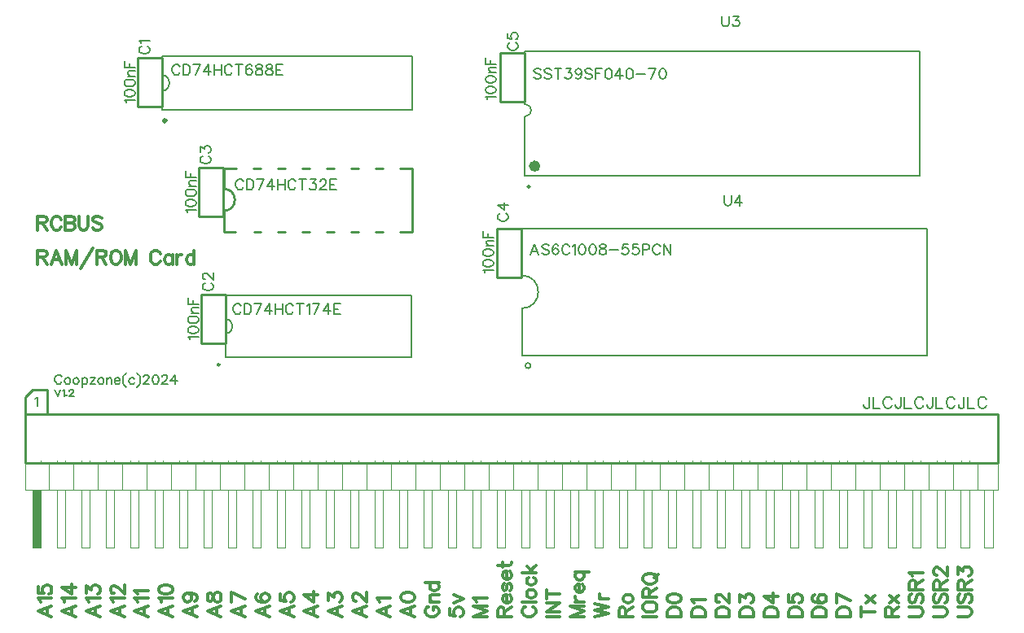
<source format=gto>
G04 Layer: TopSilkscreenLayer*
G04 EasyEDA v6.5.40, 2024-07-03 13:40:39*
G04 c2fe2fc941da410b8db267e61518d843,7243cdaf381449fe92b9da44aa7c23a7,10*
G04 Gerber Generator version 0.2*
G04 Scale: 100 percent, Rotated: No, Reflected: No *
G04 Dimensions in millimeters *
G04 leading zeros omitted , absolute positions ,4 integer and 5 decimal *
%FSLAX45Y45*%
%MOMM*%

%ADD10C,0.1501*%
%ADD11C,0.3000*%
%ADD12C,0.1270*%
%ADD13C,0.1778*%
%ADD14C,0.1524*%
%ADD15C,0.1200*%
%ADD16C,0.2540*%
%ADD17C,0.2000*%
%ADD18C,0.1500*%
%ADD19C,0.6000*%
%ADD20C,0.2500*%
%ADD21C,0.3000*%
%ADD22C,0.0134*%

%LPD*%
D10*
X9125483Y-4342155D02*
G01*
X9125483Y-4434611D01*
X9119641Y-4451883D01*
X9114053Y-4457725D01*
X9102369Y-4463567D01*
X9090939Y-4463567D01*
X9079255Y-4457725D01*
X9073667Y-4451883D01*
X9067825Y-4434611D01*
X9067825Y-4423181D01*
X9163583Y-4342155D02*
G01*
X9163583Y-4463567D01*
X9163583Y-4463567D02*
G01*
X9232925Y-4463567D01*
X9357639Y-4371111D02*
G01*
X9351797Y-4359681D01*
X9340367Y-4347997D01*
X9328683Y-4342155D01*
X9305569Y-4342155D01*
X9294139Y-4347997D01*
X9282455Y-4359681D01*
X9276867Y-4371111D01*
X9271025Y-4388383D01*
X9271025Y-4417339D01*
X9276867Y-4434611D01*
X9282455Y-4446041D01*
X9294139Y-4457725D01*
X9305569Y-4463567D01*
X9328683Y-4463567D01*
X9340367Y-4457725D01*
X9351797Y-4446041D01*
X9357639Y-4434611D01*
X9453397Y-4342155D02*
G01*
X9453397Y-4434611D01*
X9447555Y-4451883D01*
X9441967Y-4457725D01*
X9430283Y-4463567D01*
X9418853Y-4463567D01*
X9407169Y-4457725D01*
X9401581Y-4451883D01*
X9395739Y-4434611D01*
X9395739Y-4423181D01*
X9491497Y-4342155D02*
G01*
X9491497Y-4463567D01*
X9491497Y-4463567D02*
G01*
X9560839Y-4463567D01*
X9685553Y-4371111D02*
G01*
X9679711Y-4359681D01*
X9668281Y-4347997D01*
X9656597Y-4342155D01*
X9633483Y-4342155D01*
X9622053Y-4347997D01*
X9610369Y-4359681D01*
X9604781Y-4371111D01*
X9598939Y-4388383D01*
X9598939Y-4417339D01*
X9604781Y-4434611D01*
X9610369Y-4446041D01*
X9622053Y-4457725D01*
X9633483Y-4463567D01*
X9656597Y-4463567D01*
X9668281Y-4457725D01*
X9679711Y-4446041D01*
X9685553Y-4434611D01*
X9781311Y-4342155D02*
G01*
X9781311Y-4434611D01*
X9775469Y-4451883D01*
X9769881Y-4457725D01*
X9758197Y-4463567D01*
X9746767Y-4463567D01*
X9735083Y-4457725D01*
X9729241Y-4451883D01*
X9723653Y-4434611D01*
X9723653Y-4423181D01*
X9819411Y-4342155D02*
G01*
X9819411Y-4463567D01*
X9819411Y-4463567D02*
G01*
X9888753Y-4463567D01*
X10013467Y-4371111D02*
G01*
X10007625Y-4359681D01*
X9995941Y-4347997D01*
X9984511Y-4342155D01*
X9961397Y-4342155D01*
X9949967Y-4347997D01*
X9938283Y-4359681D01*
X9932441Y-4371111D01*
X9926853Y-4388383D01*
X9926853Y-4417339D01*
X9932441Y-4434611D01*
X9938283Y-4446041D01*
X9949967Y-4457725D01*
X9961397Y-4463567D01*
X9984511Y-4463567D01*
X9995941Y-4457725D01*
X10007625Y-4446041D01*
X10013467Y-4434611D01*
X10109225Y-4342155D02*
G01*
X10109225Y-4434611D01*
X10103383Y-4451883D01*
X10097541Y-4457725D01*
X10086111Y-4463567D01*
X10074681Y-4463567D01*
X10062997Y-4457725D01*
X10057155Y-4451883D01*
X10051567Y-4434611D01*
X10051567Y-4423181D01*
X10147325Y-4342155D02*
G01*
X10147325Y-4463567D01*
X10147325Y-4463567D02*
G01*
X10216667Y-4463567D01*
X10341381Y-4371111D02*
G01*
X10335539Y-4359681D01*
X10323855Y-4347997D01*
X10312425Y-4342155D01*
X10289311Y-4342155D01*
X10277881Y-4347997D01*
X10266197Y-4359681D01*
X10260355Y-4371111D01*
X10254767Y-4388383D01*
X10254767Y-4417339D01*
X10260355Y-4434611D01*
X10266197Y-4446041D01*
X10277881Y-4457725D01*
X10289311Y-4463567D01*
X10312425Y-4463567D01*
X10323855Y-4457725D01*
X10335539Y-4446041D01*
X10341381Y-4434611D01*
D11*
X482600Y-2820416D02*
G01*
X482600Y-2963672D01*
X482600Y-2820416D02*
G01*
X544067Y-2820416D01*
X564388Y-2827274D01*
X571246Y-2834131D01*
X578103Y-2847594D01*
X578103Y-2861309D01*
X571246Y-2875026D01*
X564388Y-2881883D01*
X544067Y-2888742D01*
X482600Y-2888742D01*
X530351Y-2888742D02*
G01*
X578103Y-2963672D01*
X677671Y-2820416D02*
G01*
X623061Y-2963672D01*
X677671Y-2820416D02*
G01*
X732028Y-2963672D01*
X643382Y-2915920D02*
G01*
X711707Y-2915920D01*
X777240Y-2820416D02*
G01*
X777240Y-2963672D01*
X777240Y-2820416D02*
G01*
X831596Y-2963672D01*
X886205Y-2820416D02*
G01*
X831596Y-2963672D01*
X886205Y-2820416D02*
G01*
X886205Y-2963672D01*
X1053846Y-2793238D02*
G01*
X931163Y-3011424D01*
X1098803Y-2820416D02*
G01*
X1098803Y-2963672D01*
X1098803Y-2820416D02*
G01*
X1160271Y-2820416D01*
X1180846Y-2827274D01*
X1187450Y-2834131D01*
X1194307Y-2847594D01*
X1194307Y-2861309D01*
X1187450Y-2875026D01*
X1180846Y-2881883D01*
X1160271Y-2888742D01*
X1098803Y-2888742D01*
X1146555Y-2888742D02*
G01*
X1194307Y-2963672D01*
X1280159Y-2820416D02*
G01*
X1266698Y-2827274D01*
X1252982Y-2840990D01*
X1246123Y-2854452D01*
X1239265Y-2875026D01*
X1239265Y-2909061D01*
X1246123Y-2929635D01*
X1252982Y-2943098D01*
X1266698Y-2956814D01*
X1280159Y-2963672D01*
X1307592Y-2963672D01*
X1321053Y-2956814D01*
X1334769Y-2943098D01*
X1341628Y-2929635D01*
X1348486Y-2909061D01*
X1348486Y-2875026D01*
X1341628Y-2854452D01*
X1334769Y-2840990D01*
X1321053Y-2827274D01*
X1307592Y-2820416D01*
X1280159Y-2820416D01*
X1393444Y-2820416D02*
G01*
X1393444Y-2963672D01*
X1393444Y-2820416D02*
G01*
X1448053Y-2963672D01*
X1502409Y-2820416D02*
G01*
X1448053Y-2963672D01*
X1502409Y-2820416D02*
G01*
X1502409Y-2963672D01*
X1754886Y-2854452D02*
G01*
X1748028Y-2840990D01*
X1734311Y-2827274D01*
X1720596Y-2820416D01*
X1693417Y-2820416D01*
X1679702Y-2827274D01*
X1666240Y-2840990D01*
X1659382Y-2854452D01*
X1652523Y-2875026D01*
X1652523Y-2909061D01*
X1659382Y-2929635D01*
X1666240Y-2943098D01*
X1679702Y-2956814D01*
X1693417Y-2963672D01*
X1720596Y-2963672D01*
X1734311Y-2956814D01*
X1748028Y-2943098D01*
X1754886Y-2929635D01*
X1881632Y-2868168D02*
G01*
X1881632Y-2963672D01*
X1881632Y-2888742D02*
G01*
X1867915Y-2875026D01*
X1854200Y-2868168D01*
X1833880Y-2868168D01*
X1820163Y-2875026D01*
X1806702Y-2888742D01*
X1799844Y-2909061D01*
X1799844Y-2922778D01*
X1806702Y-2943098D01*
X1820163Y-2956814D01*
X1833880Y-2963672D01*
X1854200Y-2963672D01*
X1867915Y-2956814D01*
X1881632Y-2943098D01*
X1926590Y-2868168D02*
G01*
X1926590Y-2963672D01*
X1926590Y-2909061D02*
G01*
X1933448Y-2888742D01*
X1946909Y-2875026D01*
X1960626Y-2868168D01*
X1981200Y-2868168D01*
X2107946Y-2820416D02*
G01*
X2107946Y-2963672D01*
X2107946Y-2888742D02*
G01*
X2094230Y-2875026D01*
X2080767Y-2868168D01*
X2060194Y-2868168D01*
X2046478Y-2875026D01*
X2033015Y-2888742D01*
X2026157Y-2909061D01*
X2026157Y-2922778D01*
X2033015Y-2943098D01*
X2046478Y-2956814D01*
X2060194Y-2963672D01*
X2080767Y-2963672D01*
X2094230Y-2956814D01*
X2107946Y-2943098D01*
X483742Y-6574739D02*
G01*
X626744Y-6629349D01*
X483742Y-6574739D02*
G01*
X626744Y-6520383D01*
X578992Y-6609029D02*
G01*
X578992Y-6540703D01*
X510921Y-6475425D02*
G01*
X504063Y-6461709D01*
X483742Y-6441135D01*
X626744Y-6441135D01*
X483742Y-6314389D02*
G01*
X483742Y-6382715D01*
X544957Y-6389319D01*
X538098Y-6382715D01*
X531494Y-6362141D01*
X531494Y-6341821D01*
X538098Y-6321247D01*
X551815Y-6307531D01*
X572388Y-6300673D01*
X585851Y-6300673D01*
X606425Y-6307531D01*
X619886Y-6321247D01*
X626744Y-6341821D01*
X626744Y-6362141D01*
X619886Y-6382715D01*
X613282Y-6389319D01*
X599567Y-6396177D01*
X735203Y-6574739D02*
G01*
X878459Y-6629349D01*
X735203Y-6574739D02*
G01*
X878459Y-6520383D01*
X830707Y-6609029D02*
G01*
X830707Y-6540703D01*
X762380Y-6475425D02*
G01*
X755776Y-6461709D01*
X735203Y-6441135D01*
X878459Y-6441135D01*
X735203Y-6328105D02*
G01*
X830707Y-6396177D01*
X830707Y-6294069D01*
X735203Y-6328105D02*
G01*
X878459Y-6328105D01*
X986917Y-6574739D02*
G01*
X1129919Y-6629349D01*
X986917Y-6574739D02*
G01*
X1129919Y-6520383D01*
X1082167Y-6609029D02*
G01*
X1082167Y-6540703D01*
X1014094Y-6475425D02*
G01*
X1007236Y-6461709D01*
X986917Y-6441135D01*
X1129919Y-6441135D01*
X986917Y-6382715D02*
G01*
X986917Y-6307531D01*
X1041273Y-6348425D01*
X1041273Y-6328105D01*
X1048130Y-6314389D01*
X1054988Y-6307531D01*
X1075563Y-6300673D01*
X1089025Y-6300673D01*
X1109598Y-6307531D01*
X1123061Y-6321247D01*
X1129919Y-6341821D01*
X1129919Y-6362141D01*
X1123061Y-6382715D01*
X1116457Y-6389319D01*
X1102740Y-6396177D01*
X1238376Y-6574739D02*
G01*
X1381632Y-6629349D01*
X1238376Y-6574739D02*
G01*
X1381632Y-6520383D01*
X1333880Y-6609029D02*
G01*
X1333880Y-6540703D01*
X1265555Y-6475425D02*
G01*
X1258951Y-6461709D01*
X1238376Y-6441135D01*
X1381632Y-6441135D01*
X1272413Y-6389319D02*
G01*
X1265555Y-6389319D01*
X1252092Y-6382715D01*
X1245234Y-6375857D01*
X1238376Y-6362141D01*
X1238376Y-6334963D01*
X1245234Y-6321247D01*
X1252092Y-6314389D01*
X1265555Y-6307531D01*
X1279271Y-6307531D01*
X1292986Y-6314389D01*
X1313307Y-6328105D01*
X1381632Y-6396177D01*
X1381632Y-6300673D01*
X1490090Y-6574739D02*
G01*
X1633092Y-6629349D01*
X1490090Y-6574739D02*
G01*
X1633092Y-6520383D01*
X1585340Y-6609029D02*
G01*
X1585340Y-6540703D01*
X1517269Y-6475425D02*
G01*
X1510411Y-6461709D01*
X1490090Y-6441135D01*
X1633092Y-6441135D01*
X1517269Y-6396177D02*
G01*
X1510411Y-6382715D01*
X1490090Y-6362141D01*
X1633092Y-6362141D01*
X1741551Y-6574739D02*
G01*
X1884807Y-6629349D01*
X1741551Y-6574739D02*
G01*
X1884807Y-6520383D01*
X1837055Y-6609029D02*
G01*
X1837055Y-6540703D01*
X1768728Y-6475425D02*
G01*
X1762125Y-6461709D01*
X1741551Y-6441135D01*
X1884807Y-6441135D01*
X1741551Y-6355283D02*
G01*
X1748409Y-6375857D01*
X1768728Y-6389319D01*
X1803019Y-6396177D01*
X1823338Y-6396177D01*
X1857375Y-6389319D01*
X1877948Y-6375857D01*
X1884807Y-6355283D01*
X1884807Y-6341821D01*
X1877948Y-6321247D01*
X1857375Y-6307531D01*
X1823338Y-6300673D01*
X1803019Y-6300673D01*
X1768728Y-6307531D01*
X1748409Y-6321247D01*
X1741551Y-6341821D01*
X1741551Y-6355283D01*
X1993265Y-6574739D02*
G01*
X2136267Y-6629349D01*
X1993265Y-6574739D02*
G01*
X2136267Y-6520383D01*
X2088515Y-6609029D02*
G01*
X2088515Y-6540703D01*
X2041017Y-6386779D02*
G01*
X2061336Y-6393637D01*
X2075053Y-6407099D01*
X2081911Y-6427673D01*
X2081911Y-6434531D01*
X2075053Y-6454851D01*
X2061336Y-6468567D01*
X2041017Y-6475425D01*
X2034159Y-6475425D01*
X2013584Y-6468567D01*
X1999869Y-6454851D01*
X1993265Y-6434531D01*
X1993265Y-6427673D01*
X1999869Y-6407099D01*
X2013584Y-6393637D01*
X2041017Y-6386779D01*
X2075053Y-6386779D01*
X2109088Y-6393637D01*
X2129409Y-6407099D01*
X2136267Y-6427673D01*
X2136267Y-6441135D01*
X2129409Y-6461709D01*
X2115946Y-6468567D01*
X2244725Y-6574739D02*
G01*
X2387981Y-6629349D01*
X2244725Y-6574739D02*
G01*
X2387981Y-6520383D01*
X2340228Y-6609029D02*
G01*
X2340228Y-6540703D01*
X2244725Y-6441135D02*
G01*
X2251582Y-6461709D01*
X2265298Y-6468567D01*
X2278761Y-6468567D01*
X2292477Y-6461709D01*
X2299334Y-6447993D01*
X2306192Y-6420815D01*
X2313051Y-6400241D01*
X2326513Y-6386779D01*
X2340228Y-6379921D01*
X2360548Y-6379921D01*
X2374265Y-6386779D01*
X2381123Y-6393637D01*
X2387981Y-6413957D01*
X2387981Y-6441135D01*
X2381123Y-6461709D01*
X2374265Y-6468567D01*
X2360548Y-6475425D01*
X2340228Y-6475425D01*
X2326513Y-6468567D01*
X2313051Y-6454851D01*
X2306192Y-6434531D01*
X2299334Y-6407099D01*
X2292477Y-6393637D01*
X2278761Y-6386779D01*
X2265298Y-6386779D01*
X2251582Y-6393637D01*
X2244725Y-6413957D01*
X2244725Y-6441135D01*
X2496438Y-6574739D02*
G01*
X2639440Y-6629349D01*
X2496438Y-6574739D02*
G01*
X2639440Y-6520383D01*
X2591688Y-6609029D02*
G01*
X2591688Y-6540703D01*
X2496438Y-6379921D02*
G01*
X2639440Y-6447993D01*
X2496438Y-6475425D02*
G01*
X2496438Y-6379921D01*
X2747898Y-6574739D02*
G01*
X2891155Y-6629349D01*
X2747898Y-6574739D02*
G01*
X2891155Y-6520383D01*
X2843403Y-6609029D02*
G01*
X2843403Y-6540703D01*
X2768473Y-6393637D02*
G01*
X2754757Y-6400241D01*
X2747898Y-6420815D01*
X2747898Y-6434531D01*
X2754757Y-6454851D01*
X2775077Y-6468567D01*
X2809367Y-6475425D01*
X2843403Y-6475425D01*
X2870581Y-6468567D01*
X2884296Y-6454851D01*
X2891155Y-6434531D01*
X2891155Y-6427673D01*
X2884296Y-6407099D01*
X2870581Y-6393637D01*
X2850261Y-6386779D01*
X2843403Y-6386779D01*
X2822828Y-6393637D01*
X2809367Y-6407099D01*
X2802509Y-6427673D01*
X2802509Y-6434531D01*
X2809367Y-6454851D01*
X2822828Y-6468567D01*
X2843403Y-6475425D01*
X2999613Y-6574739D02*
G01*
X3142615Y-6629349D01*
X2999613Y-6574739D02*
G01*
X3142615Y-6520383D01*
X3094863Y-6609029D02*
G01*
X3094863Y-6540703D01*
X2999613Y-6393637D02*
G01*
X2999613Y-6461709D01*
X3060827Y-6468567D01*
X3053969Y-6461709D01*
X3047365Y-6441135D01*
X3047365Y-6420815D01*
X3053969Y-6400241D01*
X3067684Y-6386779D01*
X3088259Y-6379921D01*
X3101721Y-6379921D01*
X3122294Y-6386779D01*
X3135757Y-6400241D01*
X3142615Y-6420815D01*
X3142615Y-6441135D01*
X3135757Y-6461709D01*
X3129153Y-6468567D01*
X3115436Y-6475425D01*
X3251073Y-6574739D02*
G01*
X3394329Y-6629349D01*
X3251073Y-6574739D02*
G01*
X3394329Y-6520383D01*
X3346576Y-6609029D02*
G01*
X3346576Y-6540703D01*
X3251073Y-6407099D02*
G01*
X3346576Y-6475425D01*
X3346576Y-6373063D01*
X3251073Y-6407099D02*
G01*
X3394329Y-6407099D01*
X3502786Y-6574739D02*
G01*
X3645788Y-6629349D01*
X3502786Y-6574739D02*
G01*
X3645788Y-6520383D01*
X3598036Y-6609029D02*
G01*
X3598036Y-6540703D01*
X3502786Y-6461709D02*
G01*
X3502786Y-6386779D01*
X3557142Y-6427673D01*
X3557142Y-6407099D01*
X3564001Y-6393637D01*
X3570859Y-6386779D01*
X3591432Y-6379921D01*
X3604894Y-6379921D01*
X3625469Y-6386779D01*
X3638931Y-6400241D01*
X3645788Y-6420815D01*
X3645788Y-6441135D01*
X3638931Y-6461709D01*
X3632326Y-6468567D01*
X3618611Y-6475425D01*
X3754246Y-6574739D02*
G01*
X3897503Y-6629349D01*
X3754246Y-6574739D02*
G01*
X3897503Y-6520383D01*
X3849751Y-6609029D02*
G01*
X3849751Y-6540703D01*
X3788282Y-6468567D02*
G01*
X3781425Y-6468567D01*
X3767963Y-6461709D01*
X3761105Y-6454851D01*
X3754246Y-6441135D01*
X3754246Y-6413957D01*
X3761105Y-6400241D01*
X3767963Y-6393637D01*
X3781425Y-6386779D01*
X3795140Y-6386779D01*
X3808857Y-6393637D01*
X3829176Y-6407099D01*
X3897503Y-6475425D01*
X3897503Y-6379921D01*
X4005961Y-6574739D02*
G01*
X4148963Y-6629349D01*
X4005961Y-6574739D02*
G01*
X4148963Y-6520383D01*
X4101211Y-6609029D02*
G01*
X4101211Y-6540703D01*
X4033138Y-6475425D02*
G01*
X4026281Y-6461709D01*
X4005961Y-6441135D01*
X4148963Y-6441135D01*
X4257421Y-6574739D02*
G01*
X4400677Y-6629349D01*
X4257421Y-6574739D02*
G01*
X4400677Y-6520383D01*
X4352925Y-6609029D02*
G01*
X4352925Y-6540703D01*
X4257421Y-6434531D02*
G01*
X4264279Y-6454851D01*
X4284598Y-6468567D01*
X4318888Y-6475425D01*
X4339209Y-6475425D01*
X4373244Y-6468567D01*
X4393819Y-6454851D01*
X4400677Y-6434531D01*
X4400677Y-6420815D01*
X4393819Y-6400241D01*
X4373244Y-6386779D01*
X4339209Y-6379921D01*
X4318888Y-6379921D01*
X4284598Y-6386779D01*
X4264279Y-6400241D01*
X4257421Y-6420815D01*
X4257421Y-6434531D01*
X4543171Y-6527241D02*
G01*
X4529455Y-6533845D01*
X4515738Y-6547561D01*
X4509134Y-6561277D01*
X4509134Y-6588455D01*
X4515738Y-6602171D01*
X4529455Y-6615887D01*
X4543171Y-6622491D01*
X4563490Y-6629349D01*
X4597781Y-6629349D01*
X4618101Y-6622491D01*
X4631817Y-6615887D01*
X4645279Y-6602171D01*
X4652137Y-6588455D01*
X4652137Y-6561277D01*
X4645279Y-6547561D01*
X4631817Y-6533845D01*
X4618101Y-6527241D01*
X4597781Y-6527241D01*
X4597781Y-6561277D02*
G01*
X4597781Y-6527241D01*
X4556887Y-6482029D02*
G01*
X4652137Y-6482029D01*
X4584065Y-6482029D02*
G01*
X4563490Y-6461709D01*
X4556887Y-6447993D01*
X4556887Y-6427673D01*
X4563490Y-6413957D01*
X4584065Y-6407099D01*
X4652137Y-6407099D01*
X4509134Y-6280353D02*
G01*
X4652137Y-6280353D01*
X4577207Y-6280353D02*
G01*
X4563490Y-6294069D01*
X4556887Y-6307531D01*
X4556887Y-6328105D01*
X4563490Y-6341821D01*
X4577207Y-6355283D01*
X4597781Y-6362141D01*
X4611242Y-6362141D01*
X4631817Y-6355283D01*
X4645279Y-6341821D01*
X4652137Y-6328105D01*
X4652137Y-6307531D01*
X4645279Y-6294069D01*
X4631817Y-6280353D01*
X4760594Y-6547561D02*
G01*
X4760594Y-6615887D01*
X4822063Y-6622491D01*
X4815205Y-6615887D01*
X4808346Y-6595313D01*
X4808346Y-6574739D01*
X4815205Y-6554419D01*
X4828921Y-6540703D01*
X4849240Y-6533845D01*
X4862957Y-6533845D01*
X4883277Y-6540703D01*
X4896992Y-6554419D01*
X4903851Y-6574739D01*
X4903851Y-6595313D01*
X4896992Y-6615887D01*
X4890134Y-6622491D01*
X4876419Y-6629349D01*
X4808346Y-6488887D02*
G01*
X4903851Y-6447993D01*
X4808346Y-6407099D02*
G01*
X4903851Y-6447993D01*
X5012309Y-6629349D02*
G01*
X5155311Y-6629349D01*
X5012309Y-6629349D02*
G01*
X5155311Y-6574739D01*
X5012309Y-6520383D02*
G01*
X5155311Y-6574739D01*
X5012309Y-6520383D02*
G01*
X5155311Y-6520383D01*
X5039487Y-6475425D02*
G01*
X5032629Y-6461709D01*
X5012309Y-6441135D01*
X5155311Y-6441135D01*
X5263769Y-6629349D02*
G01*
X5407025Y-6629349D01*
X5263769Y-6629349D02*
G01*
X5263769Y-6568135D01*
X5270627Y-6547561D01*
X5277484Y-6540703D01*
X5290946Y-6533845D01*
X5304663Y-6533845D01*
X5318379Y-6540703D01*
X5325237Y-6547561D01*
X5332094Y-6568135D01*
X5332094Y-6629349D01*
X5332094Y-6581597D02*
G01*
X5407025Y-6533845D01*
X5352415Y-6488887D02*
G01*
X5352415Y-6407099D01*
X5338698Y-6407099D01*
X5325237Y-6413957D01*
X5318379Y-6420815D01*
X5311521Y-6434531D01*
X5311521Y-6454851D01*
X5318379Y-6468567D01*
X5332094Y-6482029D01*
X5352415Y-6488887D01*
X5366131Y-6488887D01*
X5386451Y-6482029D01*
X5400167Y-6468567D01*
X5407025Y-6454851D01*
X5407025Y-6434531D01*
X5400167Y-6420815D01*
X5386451Y-6407099D01*
X5332094Y-6287211D02*
G01*
X5318379Y-6294069D01*
X5311521Y-6314389D01*
X5311521Y-6334963D01*
X5318379Y-6355283D01*
X5332094Y-6362141D01*
X5345557Y-6355283D01*
X5352415Y-6341821D01*
X5359273Y-6307531D01*
X5366131Y-6294069D01*
X5379592Y-6287211D01*
X5386451Y-6287211D01*
X5400167Y-6294069D01*
X5407025Y-6314389D01*
X5407025Y-6334963D01*
X5400167Y-6355283D01*
X5386451Y-6362141D01*
X5352415Y-6242253D02*
G01*
X5352415Y-6160465D01*
X5338698Y-6160465D01*
X5325237Y-6167069D01*
X5318379Y-6173927D01*
X5311521Y-6187643D01*
X5311521Y-6207963D01*
X5318379Y-6221679D01*
X5332094Y-6235395D01*
X5352415Y-6242253D01*
X5366131Y-6242253D01*
X5386451Y-6235395D01*
X5400167Y-6221679D01*
X5407025Y-6207963D01*
X5407025Y-6187643D01*
X5400167Y-6173927D01*
X5386451Y-6160465D01*
X5263769Y-6094933D02*
G01*
X5379592Y-6094933D01*
X5400167Y-6088075D01*
X5407025Y-6074359D01*
X5407025Y-6060897D01*
X5311521Y-6115253D02*
G01*
X5311521Y-6067755D01*
X5549519Y-6527241D02*
G01*
X5535803Y-6533845D01*
X5522087Y-6547561D01*
X5515482Y-6561277D01*
X5515482Y-6588455D01*
X5522087Y-6602171D01*
X5535803Y-6615887D01*
X5549519Y-6622491D01*
X5569838Y-6629349D01*
X5604129Y-6629349D01*
X5624448Y-6622491D01*
X5638165Y-6615887D01*
X5651627Y-6602171D01*
X5658484Y-6588455D01*
X5658484Y-6561277D01*
X5651627Y-6547561D01*
X5638165Y-6533845D01*
X5624448Y-6527241D01*
X5515482Y-6482029D02*
G01*
X5658484Y-6482029D01*
X5563234Y-6403035D02*
G01*
X5569838Y-6416751D01*
X5583555Y-6430213D01*
X5604129Y-6437071D01*
X5617590Y-6437071D01*
X5638165Y-6430213D01*
X5651627Y-6416751D01*
X5658484Y-6403035D01*
X5658484Y-6382715D01*
X5651627Y-6368999D01*
X5638165Y-6355283D01*
X5617590Y-6348425D01*
X5604129Y-6348425D01*
X5583555Y-6355283D01*
X5569838Y-6368999D01*
X5563234Y-6382715D01*
X5563234Y-6403035D01*
X5583555Y-6221679D02*
G01*
X5569838Y-6235395D01*
X5563234Y-6248857D01*
X5563234Y-6269431D01*
X5569838Y-6283147D01*
X5583555Y-6296609D01*
X5604129Y-6303467D01*
X5617590Y-6303467D01*
X5638165Y-6296609D01*
X5651627Y-6283147D01*
X5658484Y-6269431D01*
X5658484Y-6248857D01*
X5651627Y-6235395D01*
X5638165Y-6221679D01*
X5515482Y-6176721D02*
G01*
X5658484Y-6176721D01*
X5563234Y-6108649D02*
G01*
X5631307Y-6176721D01*
X5604129Y-6149543D02*
G01*
X5658484Y-6101791D01*
X5766942Y-6629349D02*
G01*
X5910198Y-6629349D01*
X5766942Y-6584391D02*
G01*
X5910198Y-6584391D01*
X5766942Y-6584391D02*
G01*
X5910198Y-6488887D01*
X5766942Y-6488887D02*
G01*
X5910198Y-6488887D01*
X5766942Y-6396177D02*
G01*
X5910198Y-6396177D01*
X5766942Y-6443929D02*
G01*
X5766942Y-6348425D01*
X6018657Y-6629349D02*
G01*
X6161659Y-6629349D01*
X6018657Y-6629349D02*
G01*
X6161659Y-6574739D01*
X6018657Y-6520383D02*
G01*
X6161659Y-6574739D01*
X6018657Y-6520383D02*
G01*
X6161659Y-6520383D01*
X6066409Y-6475425D02*
G01*
X6161659Y-6475425D01*
X6107303Y-6475425D02*
G01*
X6086729Y-6468567D01*
X6073013Y-6454851D01*
X6066409Y-6441135D01*
X6066409Y-6420815D01*
X6107303Y-6375857D02*
G01*
X6107303Y-6294069D01*
X6093587Y-6294069D01*
X6079871Y-6300673D01*
X6073013Y-6307531D01*
X6066409Y-6321247D01*
X6066409Y-6341821D01*
X6073013Y-6355283D01*
X6086729Y-6368999D01*
X6107303Y-6375857D01*
X6120765Y-6375857D01*
X6141338Y-6368999D01*
X6154801Y-6355283D01*
X6161659Y-6341821D01*
X6161659Y-6321247D01*
X6154801Y-6307531D01*
X6141338Y-6294069D01*
X6066409Y-6167069D02*
G01*
X6209411Y-6167069D01*
X6086729Y-6167069D02*
G01*
X6073013Y-6180785D01*
X6066409Y-6194501D01*
X6066409Y-6214821D01*
X6073013Y-6228537D01*
X6086729Y-6242253D01*
X6107303Y-6248857D01*
X6120765Y-6248857D01*
X6141338Y-6242253D01*
X6154801Y-6228537D01*
X6161659Y-6214821D01*
X6161659Y-6194501D01*
X6154801Y-6180785D01*
X6141338Y-6167069D01*
X6270117Y-6629349D02*
G01*
X6413373Y-6595313D01*
X6270117Y-6561277D02*
G01*
X6413373Y-6595313D01*
X6270117Y-6561277D02*
G01*
X6413373Y-6527241D01*
X6270117Y-6492951D02*
G01*
X6413373Y-6527241D01*
X6317869Y-6447993D02*
G01*
X6413373Y-6447993D01*
X6358763Y-6447993D02*
G01*
X6338442Y-6441135D01*
X6324727Y-6427673D01*
X6317869Y-6413957D01*
X6317869Y-6393637D01*
X6521831Y-6629349D02*
G01*
X6664833Y-6629349D01*
X6521831Y-6629349D02*
G01*
X6521831Y-6568135D01*
X6528434Y-6547561D01*
X6535292Y-6540703D01*
X6549009Y-6533845D01*
X6562725Y-6533845D01*
X6576187Y-6540703D01*
X6583044Y-6547561D01*
X6589903Y-6568135D01*
X6589903Y-6629349D01*
X6589903Y-6581597D02*
G01*
X6664833Y-6533845D01*
X6569583Y-6454851D02*
G01*
X6576187Y-6468567D01*
X6589903Y-6482029D01*
X6610477Y-6488887D01*
X6623938Y-6488887D01*
X6644513Y-6482029D01*
X6657975Y-6468567D01*
X6664833Y-6454851D01*
X6664833Y-6434531D01*
X6657975Y-6420815D01*
X6644513Y-6407099D01*
X6623938Y-6400241D01*
X6610477Y-6400241D01*
X6589903Y-6407099D01*
X6576187Y-6420815D01*
X6569583Y-6434531D01*
X6569583Y-6454851D01*
X6773290Y-6629349D02*
G01*
X6916546Y-6629349D01*
X6773290Y-6543497D02*
G01*
X6780148Y-6557213D01*
X6793865Y-6570675D01*
X6807327Y-6577533D01*
X6827901Y-6584391D01*
X6861937Y-6584391D01*
X6882511Y-6577533D01*
X6895973Y-6570675D01*
X6909688Y-6557213D01*
X6916546Y-6543497D01*
X6916546Y-6516319D01*
X6909688Y-6502603D01*
X6895973Y-6488887D01*
X6882511Y-6482029D01*
X6861937Y-6475425D01*
X6827901Y-6475425D01*
X6807327Y-6482029D01*
X6793865Y-6488887D01*
X6780148Y-6502603D01*
X6773290Y-6516319D01*
X6773290Y-6543497D01*
X6773290Y-6430213D02*
G01*
X6916546Y-6430213D01*
X6773290Y-6430213D02*
G01*
X6773290Y-6368999D01*
X6780148Y-6348425D01*
X6787007Y-6341821D01*
X6800469Y-6334963D01*
X6814184Y-6334963D01*
X6827901Y-6341821D01*
X6834759Y-6348425D01*
X6841617Y-6368999D01*
X6841617Y-6430213D01*
X6841617Y-6382715D02*
G01*
X6916546Y-6334963D01*
X6773290Y-6248857D02*
G01*
X6780148Y-6262573D01*
X6793865Y-6276289D01*
X6807327Y-6283147D01*
X6827901Y-6290005D01*
X6861937Y-6290005D01*
X6882511Y-6283147D01*
X6895973Y-6276289D01*
X6909688Y-6262573D01*
X6916546Y-6248857D01*
X6916546Y-6221679D01*
X6909688Y-6207963D01*
X6895973Y-6194501D01*
X6882511Y-6187643D01*
X6861937Y-6180785D01*
X6827901Y-6180785D01*
X6807327Y-6187643D01*
X6793865Y-6194501D01*
X6780148Y-6207963D01*
X6773290Y-6221679D01*
X6773290Y-6248857D01*
X6889115Y-6228537D02*
G01*
X6930009Y-6187643D01*
X7025005Y-6629349D02*
G01*
X7168007Y-6629349D01*
X7025005Y-6629349D02*
G01*
X7025005Y-6581597D01*
X7031609Y-6561277D01*
X7045325Y-6547561D01*
X7059040Y-6540703D01*
X7079361Y-6533845D01*
X7113651Y-6533845D01*
X7133971Y-6540703D01*
X7147687Y-6547561D01*
X7161148Y-6561277D01*
X7168007Y-6581597D01*
X7168007Y-6629349D01*
X7025005Y-6447993D02*
G01*
X7031609Y-6468567D01*
X7052183Y-6482029D01*
X7086219Y-6488887D01*
X7106792Y-6488887D01*
X7140828Y-6482029D01*
X7161148Y-6468567D01*
X7168007Y-6447993D01*
X7168007Y-6434531D01*
X7161148Y-6413957D01*
X7140828Y-6400241D01*
X7106792Y-6393637D01*
X7086219Y-6393637D01*
X7052183Y-6400241D01*
X7031609Y-6413957D01*
X7025005Y-6434531D01*
X7025005Y-6447993D01*
X7276465Y-6629349D02*
G01*
X7419721Y-6629349D01*
X7276465Y-6629349D02*
G01*
X7276465Y-6581597D01*
X7283323Y-6561277D01*
X7297038Y-6547561D01*
X7310501Y-6540703D01*
X7331075Y-6533845D01*
X7365111Y-6533845D01*
X7385684Y-6540703D01*
X7399146Y-6547561D01*
X7412863Y-6561277D01*
X7419721Y-6581597D01*
X7419721Y-6629349D01*
X7303642Y-6488887D02*
G01*
X7297038Y-6475425D01*
X7276465Y-6454851D01*
X7419721Y-6454851D01*
X7528178Y-6629349D02*
G01*
X7671181Y-6629349D01*
X7528178Y-6629349D02*
G01*
X7528178Y-6581597D01*
X7534783Y-6561277D01*
X7548498Y-6547561D01*
X7562215Y-6540703D01*
X7582534Y-6533845D01*
X7616825Y-6533845D01*
X7637144Y-6540703D01*
X7650861Y-6547561D01*
X7664323Y-6561277D01*
X7671181Y-6581597D01*
X7671181Y-6629349D01*
X7562215Y-6482029D02*
G01*
X7555357Y-6482029D01*
X7541640Y-6475425D01*
X7534783Y-6468567D01*
X7528178Y-6454851D01*
X7528178Y-6427673D01*
X7534783Y-6413957D01*
X7541640Y-6407099D01*
X7555357Y-6400241D01*
X7569073Y-6400241D01*
X7582534Y-6407099D01*
X7603109Y-6420815D01*
X7671181Y-6488887D01*
X7671181Y-6393637D01*
X7779638Y-6629349D02*
G01*
X7922894Y-6629349D01*
X7779638Y-6629349D02*
G01*
X7779638Y-6581597D01*
X7786496Y-6561277D01*
X7800213Y-6547561D01*
X7813675Y-6540703D01*
X7834248Y-6533845D01*
X7868284Y-6533845D01*
X7888859Y-6540703D01*
X7902321Y-6547561D01*
X7916037Y-6561277D01*
X7922894Y-6581597D01*
X7922894Y-6629349D01*
X7779638Y-6475425D02*
G01*
X7779638Y-6400241D01*
X7834248Y-6441135D01*
X7834248Y-6420815D01*
X7841107Y-6407099D01*
X7847965Y-6400241D01*
X7868284Y-6393637D01*
X7882001Y-6393637D01*
X7902321Y-6400241D01*
X7916037Y-6413957D01*
X7922894Y-6434531D01*
X7922894Y-6454851D01*
X7916037Y-6475425D01*
X7909178Y-6482029D01*
X7895463Y-6488887D01*
X8031353Y-6629349D02*
G01*
X8174355Y-6629349D01*
X8031353Y-6629349D02*
G01*
X8031353Y-6581597D01*
X8037957Y-6561277D01*
X8051673Y-6547561D01*
X8065388Y-6540703D01*
X8085709Y-6533845D01*
X8119998Y-6533845D01*
X8140319Y-6540703D01*
X8154034Y-6547561D01*
X8167496Y-6561277D01*
X8174355Y-6581597D01*
X8174355Y-6629349D01*
X8031353Y-6420815D02*
G01*
X8126603Y-6488887D01*
X8126603Y-6386779D01*
X8031353Y-6420815D02*
G01*
X8174355Y-6420815D01*
X8282813Y-6629349D02*
G01*
X8426069Y-6629349D01*
X8282813Y-6629349D02*
G01*
X8282813Y-6581597D01*
X8289671Y-6561277D01*
X8303387Y-6547561D01*
X8316848Y-6540703D01*
X8337423Y-6533845D01*
X8371459Y-6533845D01*
X8392033Y-6540703D01*
X8405494Y-6547561D01*
X8419211Y-6561277D01*
X8426069Y-6581597D01*
X8426069Y-6629349D01*
X8282813Y-6407099D02*
G01*
X8282813Y-6475425D01*
X8344281Y-6482029D01*
X8337423Y-6475425D01*
X8330565Y-6454851D01*
X8330565Y-6434531D01*
X8337423Y-6413957D01*
X8351138Y-6400241D01*
X8371459Y-6393637D01*
X8385175Y-6393637D01*
X8405494Y-6400241D01*
X8419211Y-6413957D01*
X8426069Y-6434531D01*
X8426069Y-6454851D01*
X8419211Y-6475425D01*
X8412353Y-6482029D01*
X8398637Y-6488887D01*
X8534527Y-6629349D02*
G01*
X8677529Y-6629349D01*
X8534527Y-6629349D02*
G01*
X8534527Y-6581597D01*
X8541131Y-6561277D01*
X8554846Y-6547561D01*
X8568563Y-6540703D01*
X8588883Y-6533845D01*
X8623173Y-6533845D01*
X8643493Y-6540703D01*
X8657209Y-6547561D01*
X8670671Y-6561277D01*
X8677529Y-6581597D01*
X8677529Y-6629349D01*
X8554846Y-6407099D02*
G01*
X8541131Y-6413957D01*
X8534527Y-6434531D01*
X8534527Y-6447993D01*
X8541131Y-6468567D01*
X8561705Y-6482029D01*
X8595740Y-6488887D01*
X8629777Y-6488887D01*
X8657209Y-6482029D01*
X8670671Y-6468567D01*
X8677529Y-6447993D01*
X8677529Y-6441135D01*
X8670671Y-6420815D01*
X8657209Y-6407099D01*
X8636635Y-6400241D01*
X8629777Y-6400241D01*
X8609457Y-6407099D01*
X8595740Y-6420815D01*
X8588883Y-6441135D01*
X8588883Y-6447993D01*
X8595740Y-6468567D01*
X8609457Y-6482029D01*
X8629777Y-6488887D01*
X8785987Y-6629349D02*
G01*
X8929243Y-6629349D01*
X8785987Y-6629349D02*
G01*
X8785987Y-6581597D01*
X8792844Y-6561277D01*
X8806561Y-6547561D01*
X8820023Y-6540703D01*
X8840596Y-6533845D01*
X8874633Y-6533845D01*
X8895207Y-6540703D01*
X8908669Y-6547561D01*
X8922385Y-6561277D01*
X8929243Y-6581597D01*
X8929243Y-6629349D01*
X8785987Y-6393637D02*
G01*
X8929243Y-6461709D01*
X8785987Y-6488887D02*
G01*
X8785987Y-6393637D01*
X9037701Y-6581597D02*
G01*
X9180703Y-6581597D01*
X9037701Y-6629349D02*
G01*
X9037701Y-6533845D01*
X9085453Y-6488887D02*
G01*
X9180703Y-6413957D01*
X9085453Y-6413957D02*
G01*
X9180703Y-6488887D01*
X9289161Y-6629349D02*
G01*
X9432417Y-6629349D01*
X9289161Y-6629349D02*
G01*
X9289161Y-6568135D01*
X9296019Y-6547561D01*
X9302877Y-6540703D01*
X9316338Y-6533845D01*
X9330055Y-6533845D01*
X9343771Y-6540703D01*
X9350629Y-6547561D01*
X9357487Y-6568135D01*
X9357487Y-6629349D01*
X9357487Y-6581597D02*
G01*
X9432417Y-6533845D01*
X9336913Y-6488887D02*
G01*
X9432417Y-6413957D01*
X9336913Y-6413957D02*
G01*
X9432417Y-6488887D01*
X9540875Y-6629349D02*
G01*
X9642983Y-6629349D01*
X9663557Y-6622491D01*
X9677019Y-6609029D01*
X9683877Y-6588455D01*
X9683877Y-6574739D01*
X9677019Y-6554419D01*
X9663557Y-6540703D01*
X9642983Y-6533845D01*
X9540875Y-6533845D01*
X9561194Y-6393637D02*
G01*
X9547479Y-6407099D01*
X9540875Y-6427673D01*
X9540875Y-6454851D01*
X9547479Y-6475425D01*
X9561194Y-6488887D01*
X9574911Y-6488887D01*
X9588627Y-6482029D01*
X9595231Y-6475425D01*
X9602088Y-6461709D01*
X9615805Y-6420815D01*
X9622663Y-6407099D01*
X9629521Y-6400241D01*
X9642983Y-6393637D01*
X9663557Y-6393637D01*
X9677019Y-6407099D01*
X9683877Y-6427673D01*
X9683877Y-6454851D01*
X9677019Y-6475425D01*
X9663557Y-6488887D01*
X9540875Y-6348425D02*
G01*
X9683877Y-6348425D01*
X9540875Y-6348425D02*
G01*
X9540875Y-6287211D01*
X9547479Y-6266637D01*
X9554337Y-6259779D01*
X9568053Y-6253175D01*
X9581769Y-6253175D01*
X9595231Y-6259779D01*
X9602088Y-6266637D01*
X9608946Y-6287211D01*
X9608946Y-6348425D01*
X9608946Y-6300673D02*
G01*
X9683877Y-6253175D01*
X9568053Y-6207963D02*
G01*
X9561194Y-6194501D01*
X9540875Y-6173927D01*
X9683877Y-6173927D01*
X9792335Y-6629349D02*
G01*
X9894696Y-6629349D01*
X9915017Y-6622491D01*
X9928733Y-6609029D01*
X9935590Y-6588455D01*
X9935590Y-6574739D01*
X9928733Y-6554419D01*
X9915017Y-6540703D01*
X9894696Y-6533845D01*
X9792335Y-6533845D01*
X9812909Y-6393637D02*
G01*
X9799193Y-6407099D01*
X9792335Y-6427673D01*
X9792335Y-6454851D01*
X9799193Y-6475425D01*
X9812909Y-6488887D01*
X9826371Y-6488887D01*
X9840087Y-6482029D01*
X9846944Y-6475425D01*
X9853803Y-6461709D01*
X9867265Y-6420815D01*
X9874123Y-6407099D01*
X9880981Y-6400241D01*
X9894696Y-6393637D01*
X9915017Y-6393637D01*
X9928733Y-6407099D01*
X9935590Y-6427673D01*
X9935590Y-6454851D01*
X9928733Y-6475425D01*
X9915017Y-6488887D01*
X9792335Y-6348425D02*
G01*
X9935590Y-6348425D01*
X9792335Y-6348425D02*
G01*
X9792335Y-6287211D01*
X9799193Y-6266637D01*
X9806051Y-6259779D01*
X9819513Y-6253175D01*
X9833229Y-6253175D01*
X9846944Y-6259779D01*
X9853803Y-6266637D01*
X9860661Y-6287211D01*
X9860661Y-6348425D01*
X9860661Y-6300673D02*
G01*
X9935590Y-6253175D01*
X9826371Y-6201359D02*
G01*
X9819513Y-6201359D01*
X9806051Y-6194501D01*
X9799193Y-6187643D01*
X9792335Y-6173927D01*
X9792335Y-6146749D01*
X9799193Y-6133033D01*
X9806051Y-6126175D01*
X9819513Y-6119317D01*
X9833229Y-6119317D01*
X9846944Y-6126175D01*
X9867265Y-6139891D01*
X9935590Y-6207963D01*
X9935590Y-6112713D01*
X10044049Y-6629349D02*
G01*
X10146157Y-6629349D01*
X10166731Y-6622491D01*
X10180193Y-6609029D01*
X10187051Y-6588455D01*
X10187051Y-6574739D01*
X10180193Y-6554419D01*
X10166731Y-6540703D01*
X10146157Y-6533845D01*
X10044049Y-6533845D01*
X10064369Y-6393637D02*
G01*
X10050653Y-6407099D01*
X10044049Y-6427673D01*
X10044049Y-6454851D01*
X10050653Y-6475425D01*
X10064369Y-6488887D01*
X10078085Y-6488887D01*
X10091801Y-6482029D01*
X10098405Y-6475425D01*
X10105263Y-6461709D01*
X10118979Y-6420815D01*
X10125837Y-6407099D01*
X10132694Y-6400241D01*
X10146157Y-6393637D01*
X10166731Y-6393637D01*
X10180193Y-6407099D01*
X10187051Y-6427673D01*
X10187051Y-6454851D01*
X10180193Y-6475425D01*
X10166731Y-6488887D01*
X10044049Y-6348425D02*
G01*
X10187051Y-6348425D01*
X10044049Y-6348425D02*
G01*
X10044049Y-6287211D01*
X10050653Y-6266637D01*
X10057511Y-6259779D01*
X10071227Y-6253175D01*
X10084943Y-6253175D01*
X10098405Y-6259779D01*
X10105263Y-6266637D01*
X10112121Y-6287211D01*
X10112121Y-6348425D01*
X10112121Y-6300673D02*
G01*
X10187051Y-6253175D01*
X10044049Y-6194501D02*
G01*
X10044049Y-6119317D01*
X10098405Y-6160465D01*
X10098405Y-6139891D01*
X10105263Y-6126175D01*
X10112121Y-6119317D01*
X10132694Y-6112713D01*
X10146157Y-6112713D01*
X10166731Y-6119317D01*
X10180193Y-6133033D01*
X10187051Y-6153607D01*
X10187051Y-6173927D01*
X10180193Y-6194501D01*
X10173588Y-6201359D01*
X10159873Y-6207963D01*
X482600Y-2464816D02*
G01*
X482600Y-2608072D01*
X482600Y-2464816D02*
G01*
X544067Y-2464816D01*
X564388Y-2471674D01*
X571246Y-2478531D01*
X578103Y-2491994D01*
X578103Y-2505709D01*
X571246Y-2519426D01*
X564388Y-2526283D01*
X544067Y-2533142D01*
X482600Y-2533142D01*
X530351Y-2533142D02*
G01*
X578103Y-2608072D01*
X725423Y-2498852D02*
G01*
X718565Y-2485390D01*
X704850Y-2471674D01*
X691134Y-2464816D01*
X663955Y-2464816D01*
X650240Y-2471674D01*
X636778Y-2485390D01*
X629919Y-2498852D01*
X623061Y-2519426D01*
X623061Y-2553461D01*
X629919Y-2574035D01*
X636778Y-2587498D01*
X650240Y-2601214D01*
X663955Y-2608072D01*
X691134Y-2608072D01*
X704850Y-2601214D01*
X718565Y-2587498D01*
X725423Y-2574035D01*
X770382Y-2464816D02*
G01*
X770382Y-2608072D01*
X770382Y-2464816D02*
G01*
X831596Y-2464816D01*
X852169Y-2471674D01*
X859028Y-2478531D01*
X865632Y-2491994D01*
X865632Y-2505709D01*
X859028Y-2519426D01*
X852169Y-2526283D01*
X831596Y-2533142D01*
X770382Y-2533142D02*
G01*
X831596Y-2533142D01*
X852169Y-2539746D01*
X859028Y-2546603D01*
X865632Y-2560320D01*
X865632Y-2580640D01*
X859028Y-2594356D01*
X852169Y-2601214D01*
X831596Y-2608072D01*
X770382Y-2608072D01*
X910844Y-2464816D02*
G01*
X910844Y-2567178D01*
X917448Y-2587498D01*
X931163Y-2601214D01*
X951738Y-2608072D01*
X965200Y-2608072D01*
X985773Y-2601214D01*
X999490Y-2587498D01*
X1006094Y-2567178D01*
X1006094Y-2464816D01*
X1146555Y-2485390D02*
G01*
X1133094Y-2471674D01*
X1112519Y-2464816D01*
X1085342Y-2464816D01*
X1064767Y-2471674D01*
X1051305Y-2485390D01*
X1051305Y-2498852D01*
X1057909Y-2512568D01*
X1064767Y-2519426D01*
X1078484Y-2526283D01*
X1119378Y-2539746D01*
X1133094Y-2546603D01*
X1139698Y-2553461D01*
X1146555Y-2567178D01*
X1146555Y-2587498D01*
X1133094Y-2601214D01*
X1112519Y-2608072D01*
X1085342Y-2608072D01*
X1064767Y-2601214D01*
X1051305Y-2587498D01*
D12*
X729742Y-4136898D02*
G01*
X725169Y-4127754D01*
X715771Y-4118609D01*
X706628Y-4113784D01*
X688086Y-4113784D01*
X678942Y-4118609D01*
X669544Y-4127754D01*
X664971Y-4136898D01*
X660400Y-4150867D01*
X660400Y-4173982D01*
X664971Y-4187698D01*
X669544Y-4197096D01*
X678942Y-4206240D01*
X688086Y-4210812D01*
X706628Y-4210812D01*
X715771Y-4206240D01*
X725169Y-4197096D01*
X729742Y-4187698D01*
X783336Y-4146296D02*
G01*
X773938Y-4150867D01*
X764794Y-4160011D01*
X760221Y-4173982D01*
X760221Y-4183126D01*
X764794Y-4197096D01*
X773938Y-4206240D01*
X783336Y-4210812D01*
X797051Y-4210812D01*
X806450Y-4206240D01*
X815594Y-4197096D01*
X820165Y-4183126D01*
X820165Y-4173982D01*
X815594Y-4160011D01*
X806450Y-4150867D01*
X797051Y-4146296D01*
X783336Y-4146296D01*
X873759Y-4146296D02*
G01*
X864615Y-4150867D01*
X855217Y-4160011D01*
X850646Y-4173982D01*
X850646Y-4183126D01*
X855217Y-4197096D01*
X864615Y-4206240D01*
X873759Y-4210812D01*
X887730Y-4210812D01*
X896873Y-4206240D01*
X906017Y-4197096D01*
X910590Y-4183126D01*
X910590Y-4173982D01*
X906017Y-4160011D01*
X896873Y-4150867D01*
X887730Y-4146296D01*
X873759Y-4146296D01*
X941069Y-4146296D02*
G01*
X941069Y-4243069D01*
X941069Y-4160011D02*
G01*
X950467Y-4150867D01*
X959611Y-4146296D01*
X973582Y-4146296D01*
X982726Y-4150867D01*
X991869Y-4160011D01*
X996696Y-4173982D01*
X996696Y-4183126D01*
X991869Y-4197096D01*
X982726Y-4206240D01*
X973582Y-4210812D01*
X959611Y-4210812D01*
X950467Y-4206240D01*
X941069Y-4197096D01*
X1077976Y-4146296D02*
G01*
X1027176Y-4210812D01*
X1027176Y-4146296D02*
G01*
X1077976Y-4146296D01*
X1027176Y-4210812D02*
G01*
X1077976Y-4210812D01*
X1131569Y-4146296D02*
G01*
X1122171Y-4150867D01*
X1113028Y-4160011D01*
X1108455Y-4173982D01*
X1108455Y-4183126D01*
X1113028Y-4197096D01*
X1122171Y-4206240D01*
X1131569Y-4210812D01*
X1145286Y-4210812D01*
X1154430Y-4206240D01*
X1163828Y-4197096D01*
X1168400Y-4183126D01*
X1168400Y-4173982D01*
X1163828Y-4160011D01*
X1154430Y-4150867D01*
X1145286Y-4146296D01*
X1131569Y-4146296D01*
X1198880Y-4146296D02*
G01*
X1198880Y-4210812D01*
X1198880Y-4164584D02*
G01*
X1212850Y-4150867D01*
X1221994Y-4146296D01*
X1235709Y-4146296D01*
X1245107Y-4150867D01*
X1249680Y-4164584D01*
X1249680Y-4210812D01*
X1280159Y-4173982D02*
G01*
X1335532Y-4173982D01*
X1335532Y-4164584D01*
X1330959Y-4155440D01*
X1326388Y-4150867D01*
X1316990Y-4146296D01*
X1303273Y-4146296D01*
X1294130Y-4150867D01*
X1284732Y-4160011D01*
X1280159Y-4173982D01*
X1280159Y-4183126D01*
X1284732Y-4197096D01*
X1294130Y-4206240D01*
X1303273Y-4210812D01*
X1316990Y-4210812D01*
X1326388Y-4206240D01*
X1335532Y-4197096D01*
X1398269Y-4095496D02*
G01*
X1389126Y-4104640D01*
X1379982Y-4118609D01*
X1370584Y-4136898D01*
X1366011Y-4160011D01*
X1366011Y-4178554D01*
X1370584Y-4201667D01*
X1379982Y-4220209D01*
X1389126Y-4233926D01*
X1398269Y-4243069D01*
X1484376Y-4160011D02*
G01*
X1474978Y-4150867D01*
X1465834Y-4146296D01*
X1451863Y-4146296D01*
X1442719Y-4150867D01*
X1433576Y-4160011D01*
X1428750Y-4173982D01*
X1428750Y-4183126D01*
X1433576Y-4197096D01*
X1442719Y-4206240D01*
X1451863Y-4210812D01*
X1465834Y-4210812D01*
X1474978Y-4206240D01*
X1484376Y-4197096D01*
X1514855Y-4095496D02*
G01*
X1524000Y-4104640D01*
X1533144Y-4118609D01*
X1542542Y-4136898D01*
X1547113Y-4160011D01*
X1547113Y-4178554D01*
X1542542Y-4201667D01*
X1533144Y-4220209D01*
X1524000Y-4233926D01*
X1514855Y-4243069D01*
X1582165Y-4136898D02*
G01*
X1582165Y-4132326D01*
X1586738Y-4123182D01*
X1591309Y-4118609D01*
X1600707Y-4113784D01*
X1619250Y-4113784D01*
X1628394Y-4118609D01*
X1632965Y-4123182D01*
X1637538Y-4132326D01*
X1637538Y-4141469D01*
X1632965Y-4150867D01*
X1623821Y-4164584D01*
X1577594Y-4210812D01*
X1642109Y-4210812D01*
X1700530Y-4113784D02*
G01*
X1686559Y-4118609D01*
X1677415Y-4132326D01*
X1672590Y-4155440D01*
X1672590Y-4169409D01*
X1677415Y-4192269D01*
X1686559Y-4206240D01*
X1700530Y-4210812D01*
X1709673Y-4210812D01*
X1723390Y-4206240D01*
X1732788Y-4192269D01*
X1737359Y-4169409D01*
X1737359Y-4155440D01*
X1732788Y-4132326D01*
X1723390Y-4118609D01*
X1709673Y-4113784D01*
X1700530Y-4113784D01*
X1772411Y-4136898D02*
G01*
X1772411Y-4132326D01*
X1776984Y-4123182D01*
X1781809Y-4118609D01*
X1790953Y-4113784D01*
X1809496Y-4113784D01*
X1818640Y-4118609D01*
X1823211Y-4123182D01*
X1827784Y-4132326D01*
X1827784Y-4141469D01*
X1823211Y-4150867D01*
X1814067Y-4164584D01*
X1767840Y-4210812D01*
X1832609Y-4210812D01*
X1909063Y-4113784D02*
G01*
X1863090Y-4178554D01*
X1932178Y-4178554D01*
X1909063Y-4113784D02*
G01*
X1909063Y-4210812D01*
X660400Y-4266438D02*
G01*
X688086Y-4339336D01*
X715771Y-4266438D02*
G01*
X688086Y-4339336D01*
X738632Y-4280407D02*
G01*
X745490Y-4276852D01*
X755903Y-4266438D01*
X755903Y-4339336D01*
X782319Y-4321809D02*
G01*
X778763Y-4325365D01*
X782319Y-4328921D01*
X785876Y-4325365D01*
X782319Y-4321809D01*
X812038Y-4283709D02*
G01*
X812038Y-4280407D01*
X815594Y-4273550D01*
X819150Y-4269994D01*
X826007Y-4266438D01*
X839723Y-4266438D01*
X846836Y-4269994D01*
X850138Y-4273550D01*
X853694Y-4280407D01*
X853694Y-4287265D01*
X850138Y-4294123D01*
X843280Y-4304538D01*
X808736Y-4339336D01*
X857250Y-4339336D01*
D13*
X457200Y-4361942D02*
G01*
X466344Y-4357115D01*
X480313Y-4343400D01*
X480313Y-4440428D01*
D14*
X2617988Y-2105987D02*
G01*
X2612654Y-2095573D01*
X2602240Y-2085159D01*
X2592080Y-2080079D01*
X2571252Y-2080079D01*
X2560838Y-2085159D01*
X2550424Y-2095573D01*
X2545090Y-2105987D01*
X2540010Y-2121735D01*
X2540010Y-2147643D01*
X2545090Y-2163137D01*
X2550424Y-2173551D01*
X2560838Y-2183965D01*
X2571252Y-2189045D01*
X2592080Y-2189045D01*
X2602240Y-2183965D01*
X2612654Y-2173551D01*
X2617988Y-2163137D01*
X2652278Y-2080079D02*
G01*
X2652278Y-2189045D01*
X2652278Y-2080079D02*
G01*
X2688600Y-2080079D01*
X2704094Y-2085159D01*
X2714508Y-2095573D01*
X2719842Y-2105987D01*
X2724922Y-2121735D01*
X2724922Y-2147643D01*
X2719842Y-2163137D01*
X2714508Y-2173551D01*
X2704094Y-2183965D01*
X2688600Y-2189045D01*
X2652278Y-2189045D01*
X2832110Y-2080079D02*
G01*
X2780040Y-2189045D01*
X2759212Y-2080079D02*
G01*
X2832110Y-2080079D01*
X2918216Y-2080079D02*
G01*
X2866400Y-2152723D01*
X2944124Y-2152723D01*
X2918216Y-2080079D02*
G01*
X2918216Y-2189045D01*
X2978414Y-2080079D02*
G01*
X2978414Y-2189045D01*
X3051312Y-2080079D02*
G01*
X3051312Y-2189045D01*
X2978414Y-2131895D02*
G01*
X3051312Y-2131895D01*
X3163580Y-2105987D02*
G01*
X3158246Y-2095573D01*
X3147832Y-2085159D01*
X3137418Y-2080079D01*
X3116590Y-2080079D01*
X3106430Y-2085159D01*
X3096016Y-2095573D01*
X3090682Y-2105987D01*
X3085602Y-2121735D01*
X3085602Y-2147643D01*
X3090682Y-2163137D01*
X3096016Y-2173551D01*
X3106430Y-2183965D01*
X3116590Y-2189045D01*
X3137418Y-2189045D01*
X3147832Y-2183965D01*
X3158246Y-2173551D01*
X3163580Y-2163137D01*
X3234192Y-2080079D02*
G01*
X3234192Y-2189045D01*
X3197870Y-2080079D02*
G01*
X3270514Y-2080079D01*
X3315218Y-2080079D02*
G01*
X3372368Y-2080079D01*
X3341126Y-2121735D01*
X3356620Y-2121735D01*
X3367034Y-2126815D01*
X3372368Y-2131895D01*
X3377448Y-2147643D01*
X3377448Y-2158057D01*
X3372368Y-2173551D01*
X3361954Y-2183965D01*
X3346460Y-2189045D01*
X3330712Y-2189045D01*
X3315218Y-2183965D01*
X3309884Y-2178885D01*
X3304804Y-2168471D01*
X3417072Y-2105987D02*
G01*
X3417072Y-2100907D01*
X3422152Y-2090493D01*
X3427486Y-2085159D01*
X3437900Y-2080079D01*
X3458474Y-2080079D01*
X3468888Y-2085159D01*
X3474222Y-2090493D01*
X3479302Y-2100907D01*
X3479302Y-2111321D01*
X3474222Y-2121735D01*
X3463808Y-2137229D01*
X3411738Y-2189045D01*
X3484636Y-2189045D01*
X3518926Y-2080079D02*
G01*
X3518926Y-2189045D01*
X3518926Y-2080079D02*
G01*
X3586490Y-2080079D01*
X3518926Y-2131895D02*
G01*
X3560328Y-2131895D01*
X3518926Y-2189045D02*
G01*
X3586490Y-2189045D01*
X1957578Y-912190D02*
G01*
X1952244Y-901776D01*
X1941830Y-891362D01*
X1931669Y-886282D01*
X1910842Y-886282D01*
X1900428Y-891362D01*
X1890013Y-901776D01*
X1884680Y-912190D01*
X1879600Y-927938D01*
X1879600Y-953846D01*
X1884680Y-969340D01*
X1890013Y-979754D01*
X1900428Y-990168D01*
X1910842Y-995248D01*
X1931669Y-995248D01*
X1941830Y-990168D01*
X1952244Y-979754D01*
X1957578Y-969340D01*
X1991867Y-886282D02*
G01*
X1991867Y-995248D01*
X1991867Y-886282D02*
G01*
X2028190Y-886282D01*
X2043684Y-891362D01*
X2054098Y-901776D01*
X2059432Y-912190D01*
X2064511Y-927938D01*
X2064511Y-953846D01*
X2059432Y-969340D01*
X2054098Y-979754D01*
X2043684Y-990168D01*
X2028190Y-995248D01*
X1991867Y-995248D01*
X2171700Y-886282D02*
G01*
X2119630Y-995248D01*
X2098802Y-886282D02*
G01*
X2171700Y-886282D01*
X2257806Y-886282D02*
G01*
X2205990Y-958926D01*
X2283713Y-958926D01*
X2257806Y-886282D02*
G01*
X2257806Y-995248D01*
X2318003Y-886282D02*
G01*
X2318003Y-995248D01*
X2390902Y-886282D02*
G01*
X2390902Y-995248D01*
X2318003Y-938098D02*
G01*
X2390902Y-938098D01*
X2503169Y-912190D02*
G01*
X2497836Y-901776D01*
X2487421Y-891362D01*
X2477007Y-886282D01*
X2456180Y-886282D01*
X2446019Y-891362D01*
X2435606Y-901776D01*
X2430271Y-912190D01*
X2425192Y-927938D01*
X2425192Y-953846D01*
X2430271Y-969340D01*
X2435606Y-979754D01*
X2446019Y-990168D01*
X2456180Y-995248D01*
X2477007Y-995248D01*
X2487421Y-990168D01*
X2497836Y-979754D01*
X2503169Y-969340D01*
X2573782Y-886282D02*
G01*
X2573782Y-995248D01*
X2537459Y-886282D02*
G01*
X2610103Y-886282D01*
X2706623Y-901776D02*
G01*
X2701544Y-891362D01*
X2686050Y-886282D01*
X2675636Y-886282D01*
X2659888Y-891362D01*
X2649473Y-907110D01*
X2644394Y-933018D01*
X2644394Y-958926D01*
X2649473Y-979754D01*
X2659888Y-990168D01*
X2675636Y-995248D01*
X2680715Y-995248D01*
X2696209Y-990168D01*
X2706623Y-979754D01*
X2711957Y-964260D01*
X2711957Y-958926D01*
X2706623Y-943432D01*
X2696209Y-933018D01*
X2680715Y-927938D01*
X2675636Y-927938D01*
X2659888Y-933018D01*
X2649473Y-943432D01*
X2644394Y-958926D01*
X2772156Y-886282D02*
G01*
X2756661Y-891362D01*
X2751328Y-901776D01*
X2751328Y-912190D01*
X2756661Y-922604D01*
X2767076Y-927938D01*
X2787650Y-933018D01*
X2803398Y-938098D01*
X2813811Y-948512D01*
X2818892Y-958926D01*
X2818892Y-974674D01*
X2813811Y-985088D01*
X2808478Y-990168D01*
X2792984Y-995248D01*
X2772156Y-995248D01*
X2756661Y-990168D01*
X2751328Y-985088D01*
X2746248Y-974674D01*
X2746248Y-958926D01*
X2751328Y-948512D01*
X2761742Y-938098D01*
X2777490Y-933018D01*
X2798063Y-927938D01*
X2808478Y-922604D01*
X2813811Y-912190D01*
X2813811Y-901776D01*
X2808478Y-891362D01*
X2792984Y-886282D01*
X2772156Y-886282D01*
X2879090Y-886282D02*
G01*
X2863596Y-891362D01*
X2858515Y-901776D01*
X2858515Y-912190D01*
X2863596Y-922604D01*
X2874009Y-927938D01*
X2894838Y-933018D01*
X2910332Y-938098D01*
X2920746Y-948512D01*
X2926080Y-958926D01*
X2926080Y-974674D01*
X2920746Y-985088D01*
X2915665Y-990168D01*
X2899917Y-995248D01*
X2879090Y-995248D01*
X2863596Y-990168D01*
X2858515Y-985088D01*
X2853182Y-974674D01*
X2853182Y-958926D01*
X2858515Y-948512D01*
X2868930Y-938098D01*
X2884423Y-933018D01*
X2905252Y-927938D01*
X2915665Y-922604D01*
X2920746Y-912190D01*
X2920746Y-901776D01*
X2915665Y-891362D01*
X2899917Y-886282D01*
X2879090Y-886282D01*
X2960369Y-886282D02*
G01*
X2960369Y-995248D01*
X2960369Y-886282D02*
G01*
X3027680Y-886282D01*
X2960369Y-938098D02*
G01*
X3001771Y-938098D01*
X2960369Y-995248D02*
G01*
X3027680Y-995248D01*
X5711431Y-941577D02*
G01*
X5701017Y-931164D01*
X5685523Y-926083D01*
X5664695Y-926083D01*
X5649201Y-931164D01*
X5638787Y-941577D01*
X5638787Y-951992D01*
X5643867Y-962405D01*
X5649201Y-967740D01*
X5659615Y-972820D01*
X5690857Y-983233D01*
X5701017Y-988314D01*
X5706351Y-993648D01*
X5711431Y-1004061D01*
X5711431Y-1019555D01*
X5701017Y-1029970D01*
X5685523Y-1035050D01*
X5664695Y-1035050D01*
X5649201Y-1029970D01*
X5638787Y-1019555D01*
X5818619Y-941577D02*
G01*
X5808205Y-931164D01*
X5792457Y-926083D01*
X5771883Y-926083D01*
X5756135Y-931164D01*
X5745721Y-941577D01*
X5745721Y-951992D01*
X5751055Y-962405D01*
X5756135Y-967740D01*
X5766549Y-972820D01*
X5797791Y-983233D01*
X5808205Y-988314D01*
X5813285Y-993648D01*
X5818619Y-1004061D01*
X5818619Y-1019555D01*
X5808205Y-1029970D01*
X5792457Y-1035050D01*
X5771883Y-1035050D01*
X5756135Y-1029970D01*
X5745721Y-1019555D01*
X5889231Y-926083D02*
G01*
X5889231Y-1035050D01*
X5852909Y-926083D02*
G01*
X5925553Y-926083D01*
X5970257Y-926083D02*
G01*
X6027407Y-926083D01*
X5996165Y-967740D01*
X6011913Y-967740D01*
X6022327Y-972820D01*
X6027407Y-977900D01*
X6032487Y-993648D01*
X6032487Y-1004061D01*
X6027407Y-1019555D01*
X6016993Y-1029970D01*
X6001499Y-1035050D01*
X5985751Y-1035050D01*
X5970257Y-1029970D01*
X5965177Y-1024890D01*
X5959843Y-1014476D01*
X6134341Y-962405D02*
G01*
X6129261Y-977900D01*
X6118847Y-988314D01*
X6103353Y-993648D01*
X6098019Y-993648D01*
X6082525Y-988314D01*
X6072111Y-977900D01*
X6066777Y-962405D01*
X6066777Y-957326D01*
X6072111Y-941577D01*
X6082525Y-931164D01*
X6098019Y-926083D01*
X6103353Y-926083D01*
X6118847Y-931164D01*
X6129261Y-941577D01*
X6134341Y-962405D01*
X6134341Y-988314D01*
X6129261Y-1014476D01*
X6118847Y-1029970D01*
X6103353Y-1035050D01*
X6092939Y-1035050D01*
X6077191Y-1029970D01*
X6072111Y-1019555D01*
X6241529Y-941577D02*
G01*
X6231115Y-931164D01*
X6215367Y-926083D01*
X6194793Y-926083D01*
X6179045Y-931164D01*
X6168631Y-941577D01*
X6168631Y-951992D01*
X6173965Y-962405D01*
X6179045Y-967740D01*
X6189459Y-972820D01*
X6220701Y-983233D01*
X6231115Y-988314D01*
X6236195Y-993648D01*
X6241529Y-1004061D01*
X6241529Y-1019555D01*
X6231115Y-1029970D01*
X6215367Y-1035050D01*
X6194793Y-1035050D01*
X6179045Y-1029970D01*
X6168631Y-1019555D01*
X6275819Y-926083D02*
G01*
X6275819Y-1035050D01*
X6275819Y-926083D02*
G01*
X6343383Y-926083D01*
X6275819Y-977900D02*
G01*
X6317221Y-977900D01*
X6408661Y-926083D02*
G01*
X6393167Y-931164D01*
X6382753Y-946911D01*
X6377673Y-972820D01*
X6377673Y-988314D01*
X6382753Y-1014476D01*
X6393167Y-1029970D01*
X6408661Y-1035050D01*
X6419075Y-1035050D01*
X6434823Y-1029970D01*
X6445237Y-1014476D01*
X6450317Y-988314D01*
X6450317Y-972820D01*
X6445237Y-946911D01*
X6434823Y-931164D01*
X6419075Y-926083D01*
X6408661Y-926083D01*
X6536677Y-926083D02*
G01*
X6484607Y-998727D01*
X6562585Y-998727D01*
X6536677Y-926083D02*
G01*
X6536677Y-1035050D01*
X6628117Y-926083D02*
G01*
X6612369Y-931164D01*
X6601955Y-946911D01*
X6596875Y-972820D01*
X6596875Y-988314D01*
X6601955Y-1014476D01*
X6612369Y-1029970D01*
X6628117Y-1035050D01*
X6638277Y-1035050D01*
X6654025Y-1029970D01*
X6664439Y-1014476D01*
X6669519Y-988314D01*
X6669519Y-972820D01*
X6664439Y-946911D01*
X6654025Y-931164D01*
X6638277Y-926083D01*
X6628117Y-926083D01*
X6703809Y-988314D02*
G01*
X6797281Y-988314D01*
X6904469Y-926083D02*
G01*
X6852399Y-1035050D01*
X6831571Y-926083D02*
G01*
X6904469Y-926083D01*
X6969747Y-926083D02*
G01*
X6954253Y-931164D01*
X6943839Y-946911D01*
X6938759Y-972820D01*
X6938759Y-988314D01*
X6943839Y-1014476D01*
X6954253Y-1029970D01*
X6969747Y-1035050D01*
X6980161Y-1035050D01*
X6995909Y-1029970D01*
X7006323Y-1014476D01*
X7011403Y-988314D01*
X7011403Y-972820D01*
X7006323Y-946911D01*
X6995909Y-931164D01*
X6980161Y-926083D01*
X6969747Y-926083D01*
X7594600Y-379983D02*
G01*
X7594600Y-457961D01*
X7599680Y-473455D01*
X7610094Y-483870D01*
X7625842Y-488950D01*
X7636256Y-488950D01*
X7651750Y-483870D01*
X7662163Y-473455D01*
X7667244Y-457961D01*
X7667244Y-379983D01*
X7711948Y-379983D02*
G01*
X7769098Y-379983D01*
X7738109Y-421640D01*
X7753603Y-421640D01*
X7764017Y-426720D01*
X7769098Y-431800D01*
X7774432Y-447548D01*
X7774432Y-457961D01*
X7769098Y-473455D01*
X7758684Y-483870D01*
X7743190Y-488950D01*
X7727696Y-488950D01*
X7711948Y-483870D01*
X7706867Y-478790D01*
X7701534Y-468375D01*
X5646839Y-2754883D02*
G01*
X5605183Y-2863850D01*
X5646839Y-2754883D02*
G01*
X5688241Y-2863850D01*
X5620677Y-2827528D02*
G01*
X5672747Y-2827528D01*
X5795429Y-2770378D02*
G01*
X5785015Y-2759964D01*
X5769267Y-2754883D01*
X5748693Y-2754883D01*
X5732945Y-2759964D01*
X5722531Y-2770378D01*
X5722531Y-2780792D01*
X5727865Y-2791206D01*
X5732945Y-2796540D01*
X5743359Y-2801620D01*
X5774601Y-2812033D01*
X5785015Y-2817114D01*
X5790095Y-2822448D01*
X5795429Y-2832861D01*
X5795429Y-2848356D01*
X5785015Y-2858770D01*
X5769267Y-2863850D01*
X5748693Y-2863850D01*
X5732945Y-2858770D01*
X5722531Y-2848356D01*
X5891949Y-2770378D02*
G01*
X5886869Y-2759964D01*
X5871121Y-2754883D01*
X5860707Y-2754883D01*
X5845213Y-2759964D01*
X5834799Y-2775711D01*
X5829719Y-2801620D01*
X5829719Y-2827528D01*
X5834799Y-2848356D01*
X5845213Y-2858770D01*
X5860707Y-2863850D01*
X5866041Y-2863850D01*
X5881535Y-2858770D01*
X5891949Y-2848356D01*
X5897283Y-2832861D01*
X5897283Y-2827528D01*
X5891949Y-2812033D01*
X5881535Y-2801620D01*
X5866041Y-2796540D01*
X5860707Y-2796540D01*
X5845213Y-2801620D01*
X5834799Y-2812033D01*
X5829719Y-2827528D01*
X6009297Y-2780792D02*
G01*
X6004217Y-2770378D01*
X5993803Y-2759964D01*
X5983389Y-2754883D01*
X5962561Y-2754883D01*
X5952147Y-2759964D01*
X5941733Y-2770378D01*
X5936653Y-2780792D01*
X5931573Y-2796540D01*
X5931573Y-2822448D01*
X5936653Y-2837942D01*
X5941733Y-2848356D01*
X5952147Y-2858770D01*
X5962561Y-2863850D01*
X5983389Y-2863850D01*
X5993803Y-2858770D01*
X6004217Y-2848356D01*
X6009297Y-2837942D01*
X6043587Y-2775711D02*
G01*
X6054001Y-2770378D01*
X6069749Y-2754883D01*
X6069749Y-2863850D01*
X6135027Y-2754883D02*
G01*
X6119533Y-2759964D01*
X6109119Y-2775711D01*
X6104039Y-2801620D01*
X6104039Y-2817114D01*
X6109119Y-2843276D01*
X6119533Y-2858770D01*
X6135027Y-2863850D01*
X6145441Y-2863850D01*
X6161189Y-2858770D01*
X6171603Y-2843276D01*
X6176683Y-2817114D01*
X6176683Y-2801620D01*
X6171603Y-2775711D01*
X6161189Y-2759964D01*
X6145441Y-2754883D01*
X6135027Y-2754883D01*
X6242215Y-2754883D02*
G01*
X6226467Y-2759964D01*
X6216053Y-2775711D01*
X6210973Y-2801620D01*
X6210973Y-2817114D01*
X6216053Y-2843276D01*
X6226467Y-2858770D01*
X6242215Y-2863850D01*
X6252629Y-2863850D01*
X6268123Y-2858770D01*
X6278537Y-2843276D01*
X6283617Y-2817114D01*
X6283617Y-2801620D01*
X6278537Y-2775711D01*
X6268123Y-2759964D01*
X6252629Y-2754883D01*
X6242215Y-2754883D01*
X6344069Y-2754883D02*
G01*
X6328321Y-2759964D01*
X6323241Y-2770378D01*
X6323241Y-2780792D01*
X6328321Y-2791206D01*
X6338735Y-2796540D01*
X6359563Y-2801620D01*
X6375057Y-2806700D01*
X6385471Y-2817114D01*
X6390805Y-2827528D01*
X6390805Y-2843276D01*
X6385471Y-2853690D01*
X6380391Y-2858770D01*
X6364643Y-2863850D01*
X6344069Y-2863850D01*
X6328321Y-2858770D01*
X6323241Y-2853690D01*
X6317907Y-2843276D01*
X6317907Y-2827528D01*
X6323241Y-2817114D01*
X6333655Y-2806700D01*
X6349149Y-2801620D01*
X6369977Y-2796540D01*
X6380391Y-2791206D01*
X6385471Y-2780792D01*
X6385471Y-2770378D01*
X6380391Y-2759964D01*
X6364643Y-2754883D01*
X6344069Y-2754883D01*
X6425095Y-2817114D02*
G01*
X6518567Y-2817114D01*
X6615087Y-2754883D02*
G01*
X6563271Y-2754883D01*
X6557937Y-2801620D01*
X6563271Y-2796540D01*
X6578765Y-2791206D01*
X6594513Y-2791206D01*
X6610007Y-2796540D01*
X6620421Y-2806700D01*
X6625501Y-2822448D01*
X6625501Y-2832861D01*
X6620421Y-2848356D01*
X6610007Y-2858770D01*
X6594513Y-2863850D01*
X6578765Y-2863850D01*
X6563271Y-2858770D01*
X6557937Y-2853690D01*
X6552857Y-2843276D01*
X6722275Y-2754883D02*
G01*
X6670205Y-2754883D01*
X6665125Y-2801620D01*
X6670205Y-2796540D01*
X6685953Y-2791206D01*
X6701447Y-2791206D01*
X6716941Y-2796540D01*
X6727355Y-2806700D01*
X6732689Y-2822448D01*
X6732689Y-2832861D01*
X6727355Y-2848356D01*
X6716941Y-2858770D01*
X6701447Y-2863850D01*
X6685953Y-2863850D01*
X6670205Y-2858770D01*
X6665125Y-2853690D01*
X6659791Y-2843276D01*
X6766979Y-2754883D02*
G01*
X6766979Y-2863850D01*
X6766979Y-2754883D02*
G01*
X6813715Y-2754883D01*
X6829209Y-2759964D01*
X6834543Y-2765298D01*
X6839623Y-2775711D01*
X6839623Y-2791206D01*
X6834543Y-2801620D01*
X6829209Y-2806700D01*
X6813715Y-2812033D01*
X6766979Y-2812033D01*
X6951891Y-2780792D02*
G01*
X6946557Y-2770378D01*
X6936143Y-2759964D01*
X6925983Y-2754883D01*
X6905155Y-2754883D01*
X6894741Y-2759964D01*
X6884327Y-2770378D01*
X6878993Y-2780792D01*
X6873913Y-2796540D01*
X6873913Y-2822448D01*
X6878993Y-2837942D01*
X6884327Y-2848356D01*
X6894741Y-2858770D01*
X6905155Y-2863850D01*
X6925983Y-2863850D01*
X6936143Y-2858770D01*
X6946557Y-2848356D01*
X6951891Y-2837942D01*
X6986181Y-2754883D02*
G01*
X6986181Y-2863850D01*
X6986181Y-2754883D02*
G01*
X7058825Y-2863850D01*
X7058825Y-2754883D02*
G01*
X7058825Y-2863850D01*
X7620000Y-2246883D02*
G01*
X7620000Y-2324861D01*
X7625080Y-2340356D01*
X7635494Y-2350770D01*
X7651242Y-2355850D01*
X7661656Y-2355850D01*
X7677150Y-2350770D01*
X7687563Y-2340356D01*
X7692644Y-2324861D01*
X7692644Y-2246883D01*
X7779003Y-2246883D02*
G01*
X7726934Y-2319528D01*
X7804912Y-2319528D01*
X7779003Y-2246883D02*
G01*
X7779003Y-2355850D01*
X2592570Y-3401387D02*
G01*
X2587236Y-3390973D01*
X2576822Y-3380559D01*
X2566662Y-3375479D01*
X2545834Y-3375479D01*
X2535420Y-3380559D01*
X2525006Y-3390973D01*
X2519672Y-3401387D01*
X2514592Y-3417135D01*
X2514592Y-3443043D01*
X2519672Y-3458537D01*
X2525006Y-3468951D01*
X2535420Y-3479365D01*
X2545834Y-3484445D01*
X2566662Y-3484445D01*
X2576822Y-3479365D01*
X2587236Y-3468951D01*
X2592570Y-3458537D01*
X2626860Y-3375479D02*
G01*
X2626860Y-3484445D01*
X2626860Y-3375479D02*
G01*
X2663182Y-3375479D01*
X2678676Y-3380559D01*
X2689090Y-3390973D01*
X2694424Y-3401387D01*
X2699504Y-3417135D01*
X2699504Y-3443043D01*
X2694424Y-3458537D01*
X2689090Y-3468951D01*
X2678676Y-3479365D01*
X2663182Y-3484445D01*
X2626860Y-3484445D01*
X2806692Y-3375479D02*
G01*
X2754622Y-3484445D01*
X2733794Y-3375479D02*
G01*
X2806692Y-3375479D01*
X2892798Y-3375479D02*
G01*
X2840982Y-3448123D01*
X2918706Y-3448123D01*
X2892798Y-3375479D02*
G01*
X2892798Y-3484445D01*
X2952996Y-3375479D02*
G01*
X2952996Y-3484445D01*
X3025894Y-3375479D02*
G01*
X3025894Y-3484445D01*
X2952996Y-3427295D02*
G01*
X3025894Y-3427295D01*
X3138162Y-3401387D02*
G01*
X3132828Y-3390973D01*
X3122414Y-3380559D01*
X3112000Y-3375479D01*
X3091172Y-3375479D01*
X3081012Y-3380559D01*
X3070598Y-3390973D01*
X3065264Y-3401387D01*
X3060184Y-3417135D01*
X3060184Y-3443043D01*
X3065264Y-3458537D01*
X3070598Y-3468951D01*
X3081012Y-3479365D01*
X3091172Y-3484445D01*
X3112000Y-3484445D01*
X3122414Y-3479365D01*
X3132828Y-3468951D01*
X3138162Y-3458537D01*
X3208774Y-3375479D02*
G01*
X3208774Y-3484445D01*
X3172452Y-3375479D02*
G01*
X3245096Y-3375479D01*
X3279386Y-3396307D02*
G01*
X3289800Y-3390973D01*
X3305294Y-3375479D01*
X3305294Y-3484445D01*
X3412482Y-3375479D02*
G01*
X3360412Y-3484445D01*
X3339584Y-3375479D02*
G01*
X3412482Y-3375479D01*
X3498588Y-3375479D02*
G01*
X3446772Y-3448123D01*
X3524496Y-3448123D01*
X3498588Y-3375479D02*
G01*
X3498588Y-3484445D01*
X3558786Y-3375479D02*
G01*
X3558786Y-3484445D01*
X3558786Y-3375479D02*
G01*
X3626350Y-3375479D01*
X3558786Y-3427295D02*
G01*
X3600442Y-3427295D01*
X3558786Y-3484445D02*
G01*
X3626350Y-3484445D01*
X1404111Y-1280998D02*
G01*
X1398778Y-1270584D01*
X1383284Y-1255090D01*
X1492250Y-1255090D01*
X1383284Y-1189558D02*
G01*
X1388363Y-1205052D01*
X1404111Y-1215466D01*
X1430019Y-1220800D01*
X1445513Y-1220800D01*
X1471676Y-1215466D01*
X1487169Y-1205052D01*
X1492250Y-1189558D01*
X1492250Y-1179144D01*
X1487169Y-1163650D01*
X1471676Y-1153236D01*
X1445513Y-1147902D01*
X1430019Y-1147902D01*
X1404111Y-1153236D01*
X1388363Y-1163650D01*
X1383284Y-1179144D01*
X1383284Y-1189558D01*
X1383284Y-1082624D02*
G01*
X1388363Y-1098118D01*
X1404111Y-1108532D01*
X1430019Y-1113612D01*
X1445513Y-1113612D01*
X1471676Y-1108532D01*
X1487169Y-1098118D01*
X1492250Y-1082624D01*
X1492250Y-1072210D01*
X1487169Y-1056462D01*
X1471676Y-1046048D01*
X1445513Y-1040968D01*
X1430019Y-1040968D01*
X1404111Y-1046048D01*
X1388363Y-1056462D01*
X1383284Y-1072210D01*
X1383284Y-1082624D01*
X1419605Y-1006678D02*
G01*
X1492250Y-1006678D01*
X1440434Y-1006678D02*
G01*
X1424940Y-991184D01*
X1419605Y-980770D01*
X1419605Y-965022D01*
X1424940Y-954608D01*
X1440434Y-949528D01*
X1492250Y-949528D01*
X1383284Y-915238D02*
G01*
X1492250Y-915238D01*
X1383284Y-915238D02*
G01*
X1383284Y-847674D01*
X1435100Y-915238D02*
G01*
X1435100Y-873582D01*
X1561592Y-695020D02*
G01*
X1551178Y-700354D01*
X1540763Y-710768D01*
X1535684Y-720928D01*
X1535684Y-741756D01*
X1540763Y-752170D01*
X1551178Y-762584D01*
X1561592Y-767918D01*
X1577340Y-772998D01*
X1603248Y-772998D01*
X1618742Y-767918D01*
X1629155Y-762584D01*
X1639569Y-752170D01*
X1644650Y-741756D01*
X1644650Y-720928D01*
X1639569Y-710768D01*
X1629155Y-700354D01*
X1618742Y-695020D01*
X1556511Y-660730D02*
G01*
X1551178Y-650316D01*
X1535684Y-634822D01*
X1644650Y-634822D01*
X2064511Y-3744798D02*
G01*
X2059178Y-3734384D01*
X2043684Y-3718890D01*
X2152650Y-3718890D01*
X2043684Y-3653358D02*
G01*
X2048763Y-3668852D01*
X2064511Y-3679266D01*
X2090419Y-3684600D01*
X2105913Y-3684600D01*
X2132076Y-3679266D01*
X2147569Y-3668852D01*
X2152650Y-3653358D01*
X2152650Y-3642944D01*
X2147569Y-3627450D01*
X2132076Y-3617036D01*
X2105913Y-3611702D01*
X2090419Y-3611702D01*
X2064511Y-3617036D01*
X2048763Y-3627450D01*
X2043684Y-3642944D01*
X2043684Y-3653358D01*
X2043684Y-3546424D02*
G01*
X2048763Y-3561918D01*
X2064511Y-3572332D01*
X2090419Y-3577412D01*
X2105913Y-3577412D01*
X2132076Y-3572332D01*
X2147569Y-3561918D01*
X2152650Y-3546424D01*
X2152650Y-3536010D01*
X2147569Y-3520262D01*
X2132076Y-3509848D01*
X2105913Y-3504768D01*
X2090419Y-3504768D01*
X2064511Y-3509848D01*
X2048763Y-3520262D01*
X2043684Y-3536010D01*
X2043684Y-3546424D01*
X2080005Y-3470478D02*
G01*
X2152650Y-3470478D01*
X2100834Y-3470478D02*
G01*
X2085340Y-3454984D01*
X2080005Y-3444570D01*
X2080005Y-3428822D01*
X2085340Y-3418408D01*
X2100834Y-3413328D01*
X2152650Y-3413328D01*
X2043684Y-3379038D02*
G01*
X2152650Y-3379038D01*
X2043684Y-3379038D02*
G01*
X2043684Y-3311474D01*
X2095500Y-3379038D02*
G01*
X2095500Y-3337382D01*
X2221992Y-3158820D02*
G01*
X2211578Y-3164154D01*
X2201163Y-3174568D01*
X2196084Y-3184728D01*
X2196084Y-3205556D01*
X2201163Y-3215970D01*
X2211578Y-3226384D01*
X2221992Y-3231718D01*
X2237740Y-3236798D01*
X2263648Y-3236798D01*
X2279142Y-3231718D01*
X2289556Y-3226384D01*
X2299969Y-3215970D01*
X2305050Y-3205556D01*
X2305050Y-3184728D01*
X2299969Y-3174568D01*
X2289556Y-3164154D01*
X2279142Y-3158820D01*
X2221992Y-3119450D02*
G01*
X2216911Y-3119450D01*
X2206498Y-3114116D01*
X2201163Y-3109036D01*
X2196084Y-3098622D01*
X2196084Y-3077794D01*
X2201163Y-3067380D01*
X2206498Y-3062300D01*
X2216911Y-3056966D01*
X2227326Y-3056966D01*
X2237740Y-3062300D01*
X2253234Y-3072714D01*
X2305050Y-3124530D01*
X2305050Y-3051886D01*
X2039111Y-2423998D02*
G01*
X2033778Y-2413584D01*
X2018284Y-2398090D01*
X2127250Y-2398090D01*
X2018284Y-2332558D02*
G01*
X2023363Y-2348052D01*
X2039111Y-2358466D01*
X2065019Y-2363800D01*
X2080513Y-2363800D01*
X2106676Y-2358466D01*
X2122169Y-2348052D01*
X2127250Y-2332558D01*
X2127250Y-2322144D01*
X2122169Y-2306650D01*
X2106676Y-2296236D01*
X2080513Y-2290902D01*
X2065019Y-2290902D01*
X2039111Y-2296236D01*
X2023363Y-2306650D01*
X2018284Y-2322144D01*
X2018284Y-2332558D01*
X2018284Y-2225624D02*
G01*
X2023363Y-2241118D01*
X2039111Y-2251532D01*
X2065019Y-2256612D01*
X2080513Y-2256612D01*
X2106676Y-2251532D01*
X2122169Y-2241118D01*
X2127250Y-2225624D01*
X2127250Y-2215210D01*
X2122169Y-2199462D01*
X2106676Y-2189048D01*
X2080513Y-2183968D01*
X2065019Y-2183968D01*
X2039111Y-2189048D01*
X2023363Y-2199462D01*
X2018284Y-2215210D01*
X2018284Y-2225624D01*
X2054605Y-2149678D02*
G01*
X2127250Y-2149678D01*
X2075434Y-2149678D02*
G01*
X2059940Y-2134184D01*
X2054605Y-2123770D01*
X2054605Y-2108022D01*
X2059940Y-2097608D01*
X2075434Y-2092528D01*
X2127250Y-2092528D01*
X2018284Y-2058238D02*
G01*
X2127250Y-2058238D01*
X2018284Y-2058238D02*
G01*
X2018284Y-1990674D01*
X2070100Y-2058238D02*
G01*
X2070100Y-2016582D01*
X2196592Y-1838020D02*
G01*
X2186178Y-1843354D01*
X2175763Y-1853768D01*
X2170684Y-1863928D01*
X2170684Y-1884756D01*
X2175763Y-1895170D01*
X2186178Y-1905584D01*
X2196592Y-1910918D01*
X2212340Y-1915998D01*
X2238248Y-1915998D01*
X2253742Y-1910918D01*
X2264156Y-1905584D01*
X2274569Y-1895170D01*
X2279650Y-1884756D01*
X2279650Y-1863928D01*
X2274569Y-1853768D01*
X2264156Y-1843354D01*
X2253742Y-1838020D01*
X2170684Y-1793316D02*
G01*
X2170684Y-1736166D01*
X2212340Y-1767408D01*
X2212340Y-1751914D01*
X2217419Y-1741500D01*
X2222500Y-1736166D01*
X2238248Y-1731086D01*
X2248661Y-1731086D01*
X2264156Y-1736166D01*
X2274569Y-1746580D01*
X2279650Y-1762328D01*
X2279650Y-1777822D01*
X2274569Y-1793316D01*
X2269490Y-1798650D01*
X2259076Y-1803730D01*
X5129695Y-3048000D02*
G01*
X5124361Y-3037585D01*
X5108867Y-3022092D01*
X5217833Y-3022092D01*
X5108867Y-2956559D02*
G01*
X5113947Y-2972053D01*
X5129695Y-2982468D01*
X5155603Y-2987802D01*
X5171097Y-2987802D01*
X5197259Y-2982468D01*
X5212753Y-2972053D01*
X5217833Y-2956559D01*
X5217833Y-2946146D01*
X5212753Y-2930652D01*
X5197259Y-2920238D01*
X5171097Y-2914903D01*
X5155603Y-2914903D01*
X5129695Y-2920238D01*
X5113947Y-2930652D01*
X5108867Y-2946146D01*
X5108867Y-2956559D01*
X5108867Y-2849626D02*
G01*
X5113947Y-2865120D01*
X5129695Y-2875533D01*
X5155603Y-2880614D01*
X5171097Y-2880614D01*
X5197259Y-2875533D01*
X5212753Y-2865120D01*
X5217833Y-2849626D01*
X5217833Y-2839211D01*
X5212753Y-2823464D01*
X5197259Y-2813050D01*
X5171097Y-2807970D01*
X5155603Y-2807970D01*
X5129695Y-2813050D01*
X5113947Y-2823464D01*
X5108867Y-2839211D01*
X5108867Y-2849626D01*
X5145189Y-2773679D02*
G01*
X5217833Y-2773679D01*
X5166017Y-2773679D02*
G01*
X5150523Y-2758185D01*
X5145189Y-2747772D01*
X5145189Y-2732024D01*
X5150523Y-2721609D01*
X5166017Y-2716529D01*
X5217833Y-2716529D01*
X5108867Y-2682240D02*
G01*
X5217833Y-2682240D01*
X5108867Y-2682240D02*
G01*
X5108867Y-2614676D01*
X5160683Y-2682240D02*
G01*
X5160683Y-2640583D01*
X5287175Y-2436622D02*
G01*
X5276761Y-2441956D01*
X5266347Y-2452370D01*
X5261267Y-2462529D01*
X5261267Y-2483357D01*
X5266347Y-2493772D01*
X5276761Y-2504185D01*
X5287175Y-2509520D01*
X5302923Y-2514600D01*
X5328831Y-2514600D01*
X5344325Y-2509520D01*
X5354739Y-2504185D01*
X5365153Y-2493772D01*
X5370233Y-2483357D01*
X5370233Y-2462529D01*
X5365153Y-2452370D01*
X5354739Y-2441956D01*
X5344325Y-2436622D01*
X5261267Y-2350516D02*
G01*
X5333911Y-2402331D01*
X5333911Y-2324353D01*
X5261267Y-2350516D02*
G01*
X5370233Y-2350516D01*
X5155679Y-1244600D02*
G01*
X5150345Y-1234185D01*
X5134851Y-1218692D01*
X5243817Y-1218692D01*
X5134851Y-1153159D02*
G01*
X5139931Y-1168653D01*
X5155679Y-1179068D01*
X5181587Y-1184401D01*
X5197081Y-1184401D01*
X5223243Y-1179068D01*
X5238737Y-1168653D01*
X5243817Y-1153159D01*
X5243817Y-1142746D01*
X5238737Y-1127251D01*
X5223243Y-1116838D01*
X5197081Y-1111503D01*
X5181587Y-1111503D01*
X5155679Y-1116838D01*
X5139931Y-1127251D01*
X5134851Y-1142746D01*
X5134851Y-1153159D01*
X5134851Y-1046226D02*
G01*
X5139931Y-1061720D01*
X5155679Y-1072133D01*
X5181587Y-1077214D01*
X5197081Y-1077214D01*
X5223243Y-1072133D01*
X5238737Y-1061720D01*
X5243817Y-1046226D01*
X5243817Y-1035811D01*
X5238737Y-1020064D01*
X5223243Y-1009650D01*
X5197081Y-1004570D01*
X5181587Y-1004570D01*
X5155679Y-1009650D01*
X5139931Y-1020064D01*
X5134851Y-1035811D01*
X5134851Y-1046226D01*
X5171173Y-970279D02*
G01*
X5243817Y-970279D01*
X5192001Y-970279D02*
G01*
X5176507Y-954785D01*
X5171173Y-944372D01*
X5171173Y-928624D01*
X5176507Y-918209D01*
X5192001Y-913129D01*
X5243817Y-913129D01*
X5134851Y-878840D02*
G01*
X5243817Y-878840D01*
X5134851Y-878840D02*
G01*
X5134851Y-811275D01*
X5186667Y-878840D02*
G01*
X5186667Y-837183D01*
X5389359Y-658622D02*
G01*
X5378945Y-663955D01*
X5368531Y-674370D01*
X5363451Y-684529D01*
X5363451Y-705357D01*
X5368531Y-715772D01*
X5378945Y-726185D01*
X5389359Y-731520D01*
X5405107Y-736600D01*
X5431015Y-736600D01*
X5446509Y-731520D01*
X5456923Y-726185D01*
X5467337Y-715772D01*
X5472417Y-705357D01*
X5472417Y-684529D01*
X5467337Y-674370D01*
X5456923Y-663955D01*
X5446509Y-658622D01*
X5363451Y-562101D02*
G01*
X5363451Y-613918D01*
X5410187Y-619251D01*
X5405107Y-613918D01*
X5399773Y-598424D01*
X5399773Y-582929D01*
X5405107Y-567181D01*
X5415267Y-556768D01*
X5431015Y-551688D01*
X5441429Y-551688D01*
X5456923Y-556768D01*
X5467337Y-567181D01*
X5472417Y-582929D01*
X5472417Y-598424D01*
X5467337Y-613918D01*
X5462257Y-619251D01*
X5451843Y-624331D01*
D15*
X596900Y-5038344D02*
G01*
X355600Y-5038344D01*
X355600Y-5312409D01*
X596900Y-5312409D01*
X596900Y-5038344D01*
X10465638Y-5034280D02*
G01*
X10251440Y-5034280D01*
X10251440Y-5311140D01*
X10464800Y-5311140D01*
X10464800Y-5024119D01*
D16*
X355600Y-4521200D02*
G01*
X10464800Y-4521200D01*
X10464800Y-5029200D01*
X355600Y-5029200D01*
X355600Y-4521200D01*
D15*
X10251440Y-5039359D02*
G01*
X9994900Y-5038344D01*
X9994900Y-5312409D01*
X10248900Y-5311140D01*
X10251440Y-5039359D01*
X10165842Y-5007356D02*
G01*
X10165842Y-5038344D01*
X10077958Y-5007356D02*
G01*
X10077958Y-5038344D01*
X9994900Y-5038344D02*
G01*
X9740900Y-5038344D01*
X9740900Y-5312409D01*
X9994900Y-5312409D01*
X9994900Y-5038344D01*
X9911842Y-5312409D02*
G01*
X9823958Y-5312409D01*
X9823958Y-5912357D01*
X9911842Y-5912357D01*
X9911842Y-5312409D01*
X9911842Y-5007356D02*
G01*
X9911842Y-5038344D01*
X9823958Y-5007356D02*
G01*
X9823958Y-5038344D01*
X9740900Y-5038344D02*
G01*
X9486900Y-5038344D01*
X9486900Y-5312409D01*
X9740900Y-5312409D01*
X9740900Y-5038344D01*
X9657842Y-5312409D02*
G01*
X9569958Y-5312409D01*
X9569958Y-5912357D01*
X9657842Y-5912357D01*
X9657842Y-5312409D01*
X9657842Y-5007356D02*
G01*
X9657842Y-5038344D01*
X9569958Y-5007356D02*
G01*
X9569958Y-5038344D01*
X9486900Y-5038344D02*
G01*
X9232900Y-5038344D01*
X9232900Y-5312409D01*
X9486900Y-5312409D01*
X9486900Y-5038344D01*
X9403842Y-5312409D02*
G01*
X9315958Y-5312409D01*
X9315958Y-5912357D01*
X9403842Y-5912357D01*
X9403842Y-5312409D01*
X9403842Y-5007356D02*
G01*
X9403842Y-5038344D01*
X9315958Y-5007356D02*
G01*
X9315958Y-5038344D01*
X9232900Y-5038344D02*
G01*
X8978900Y-5038344D01*
X8978900Y-5312409D01*
X9232900Y-5312409D01*
X9232900Y-5038344D01*
X9149842Y-5312409D02*
G01*
X9061958Y-5312409D01*
X9061958Y-5912357D01*
X9149842Y-5912357D01*
X9149842Y-5312409D01*
X9149842Y-5007356D02*
G01*
X9149842Y-5038344D01*
X9061958Y-5007356D02*
G01*
X9061958Y-5038344D01*
X8978900Y-5038344D02*
G01*
X8724900Y-5038344D01*
X8724900Y-5312409D01*
X8978900Y-5312409D01*
X8978900Y-5038344D01*
X8895842Y-5312409D02*
G01*
X8807958Y-5312409D01*
X8807958Y-5912357D01*
X8895842Y-5912357D01*
X8895842Y-5312409D01*
X8895842Y-5007356D02*
G01*
X8895842Y-5038344D01*
X8807958Y-5007356D02*
G01*
X8807958Y-5038344D01*
X8724900Y-5038344D02*
G01*
X8470900Y-5038344D01*
X8470900Y-5312409D01*
X8724900Y-5312409D01*
X8724900Y-5038344D01*
X8641842Y-5312409D02*
G01*
X8553958Y-5312409D01*
X8553958Y-5912357D01*
X8641842Y-5912357D01*
X8641842Y-5312409D01*
X8641842Y-5007356D02*
G01*
X8641842Y-5038344D01*
X8553958Y-5007356D02*
G01*
X8553958Y-5038344D01*
X8470900Y-5038344D02*
G01*
X8216900Y-5038344D01*
X8216900Y-5312409D01*
X8470900Y-5312409D01*
X8470900Y-5038344D01*
X8387842Y-5312409D02*
G01*
X8299958Y-5312409D01*
X8299958Y-5912357D01*
X8387842Y-5912357D01*
X8387842Y-5312409D01*
X8387842Y-5007356D02*
G01*
X8387842Y-5038344D01*
X8299958Y-5007356D02*
G01*
X8299958Y-5038344D01*
X8216900Y-5038344D02*
G01*
X7962900Y-5038344D01*
X7962900Y-5312409D01*
X8216900Y-5312409D01*
X8216900Y-5038344D01*
X8133842Y-5312409D02*
G01*
X8045958Y-5312409D01*
X8045958Y-5912357D01*
X8133842Y-5912357D01*
X8133842Y-5312409D01*
X8133842Y-5007356D02*
G01*
X8133842Y-5038344D01*
X8045958Y-5007356D02*
G01*
X8045958Y-5038344D01*
X7962900Y-5038344D02*
G01*
X7708900Y-5038344D01*
X7708900Y-5312409D01*
X7962900Y-5312409D01*
X7962900Y-5038344D01*
X7879842Y-5312409D02*
G01*
X7791958Y-5312409D01*
X7791958Y-5912357D01*
X7879842Y-5912357D01*
X7879842Y-5312409D01*
X7879842Y-5007356D02*
G01*
X7879842Y-5038344D01*
X7791958Y-5007356D02*
G01*
X7791958Y-5038344D01*
X7708900Y-5038344D02*
G01*
X7454900Y-5038344D01*
X7454900Y-5312409D01*
X7708900Y-5312409D01*
X7708900Y-5038344D01*
X7625842Y-5312409D02*
G01*
X7537958Y-5312409D01*
X7537958Y-5912357D01*
X7625842Y-5912357D01*
X7625842Y-5312409D01*
X7625842Y-5007356D02*
G01*
X7625842Y-5038344D01*
X7537958Y-5007356D02*
G01*
X7537958Y-5038344D01*
X7454900Y-5038344D02*
G01*
X7200900Y-5038344D01*
X7200900Y-5312409D01*
X7454900Y-5312409D01*
X7454900Y-5038344D01*
X7371842Y-5312409D02*
G01*
X7283958Y-5312409D01*
X7283958Y-5912357D01*
X7371842Y-5912357D01*
X7371842Y-5312409D01*
X7371842Y-5007356D02*
G01*
X7371842Y-5038344D01*
X7283958Y-5007356D02*
G01*
X7283958Y-5038344D01*
X7200900Y-5038344D02*
G01*
X6946900Y-5038344D01*
X6946900Y-5312409D01*
X7200900Y-5312409D01*
X7200900Y-5038344D01*
X7117842Y-5312409D02*
G01*
X7029958Y-5312409D01*
X7029958Y-5912357D01*
X7117842Y-5912357D01*
X7117842Y-5312409D01*
X7117842Y-5007356D02*
G01*
X7117842Y-5038344D01*
X7029958Y-5007356D02*
G01*
X7029958Y-5038344D01*
X6946900Y-5038344D02*
G01*
X6692900Y-5038344D01*
X6692900Y-5312409D01*
X6946900Y-5312409D01*
X6946900Y-5038344D01*
X6863842Y-5312409D02*
G01*
X6775958Y-5312409D01*
X6775958Y-5912357D01*
X6863842Y-5912357D01*
X6863842Y-5312409D01*
X6863842Y-5007356D02*
G01*
X6863842Y-5038344D01*
X6775958Y-5007356D02*
G01*
X6775958Y-5038344D01*
X6692900Y-5038344D02*
G01*
X6438900Y-5038344D01*
X6438900Y-5312409D01*
X6692900Y-5312409D01*
X6692900Y-5038344D01*
X6609842Y-5312409D02*
G01*
X6521957Y-5312409D01*
X6521957Y-5912357D01*
X6609842Y-5912357D01*
X6609842Y-5312409D01*
X6609842Y-5007356D02*
G01*
X6609842Y-5038344D01*
X6521957Y-5007356D02*
G01*
X6521957Y-5038344D01*
X6438900Y-5038344D02*
G01*
X6184900Y-5038344D01*
X6184900Y-5312409D01*
X6438900Y-5312409D01*
X6438900Y-5038344D01*
X6355842Y-5312409D02*
G01*
X6267957Y-5312409D01*
X6267957Y-5912357D01*
X6355842Y-5912357D01*
X6355842Y-5312409D01*
X6355842Y-5007356D02*
G01*
X6355842Y-5038344D01*
X6267957Y-5007356D02*
G01*
X6267957Y-5038344D01*
X6184900Y-5038344D02*
G01*
X5930900Y-5038344D01*
X5930900Y-5312409D01*
X6184900Y-5312409D01*
X6184900Y-5038344D01*
X6101842Y-5312409D02*
G01*
X6013957Y-5312409D01*
X6013957Y-5912357D01*
X6101842Y-5912357D01*
X6101842Y-5312409D01*
X6101842Y-5007356D02*
G01*
X6101842Y-5038344D01*
X6013957Y-5007356D02*
G01*
X6013957Y-5038344D01*
X5930900Y-5038344D02*
G01*
X5676900Y-5038344D01*
X5676900Y-5312409D01*
X5930900Y-5312409D01*
X5930900Y-5038344D01*
X5847842Y-5312409D02*
G01*
X5759957Y-5312409D01*
X5759957Y-5912357D01*
X5847842Y-5912357D01*
X5847842Y-5312409D01*
X5847842Y-5007356D02*
G01*
X5847842Y-5038344D01*
X5759957Y-5007356D02*
G01*
X5759957Y-5038344D01*
X5676900Y-5038344D02*
G01*
X5422900Y-5038344D01*
X5422900Y-5312409D01*
X5676900Y-5312409D01*
X5676900Y-5038344D01*
X5593842Y-5312409D02*
G01*
X5505957Y-5312409D01*
X5505957Y-5912357D01*
X5593842Y-5912357D01*
X5593842Y-5312409D01*
X5593842Y-5007356D02*
G01*
X5593842Y-5038344D01*
X5505957Y-5007356D02*
G01*
X5505957Y-5038344D01*
X5422900Y-5038344D02*
G01*
X5168900Y-5038344D01*
X5168900Y-5312409D01*
X5422900Y-5312409D01*
X5422900Y-5038344D01*
X5339842Y-5312409D02*
G01*
X5251957Y-5312409D01*
X5251957Y-5912357D01*
X5339842Y-5912357D01*
X5339842Y-5312409D01*
X5339842Y-5007356D02*
G01*
X5339842Y-5038344D01*
X5251957Y-5007356D02*
G01*
X5251957Y-5038344D01*
X5168900Y-5038344D02*
G01*
X4914900Y-5038344D01*
X4914900Y-5312409D01*
X5168900Y-5312409D01*
X5168900Y-5038344D01*
X5085842Y-5312409D02*
G01*
X4997957Y-5312409D01*
X4997957Y-5912357D01*
X5085842Y-5912357D01*
X5085842Y-5312409D01*
X5085842Y-5007356D02*
G01*
X5085842Y-5038344D01*
X4997957Y-5007356D02*
G01*
X4997957Y-5038344D01*
X4914900Y-5038344D02*
G01*
X4660900Y-5038344D01*
X4660900Y-5312409D01*
X4914900Y-5312409D01*
X4914900Y-5038344D01*
X4831842Y-5312409D02*
G01*
X4743957Y-5312409D01*
X4743957Y-5912357D01*
X4831842Y-5912357D01*
X4831842Y-5312409D01*
X4831842Y-5007356D02*
G01*
X4831842Y-5038344D01*
X4743957Y-5007356D02*
G01*
X4743957Y-5038344D01*
X4660900Y-5038344D02*
G01*
X4406900Y-5038344D01*
X4406900Y-5312409D01*
X4660900Y-5312409D01*
X4660900Y-5038344D01*
X4577842Y-5312409D02*
G01*
X4489957Y-5312409D01*
X4489957Y-5912357D01*
X4577842Y-5912357D01*
X4577842Y-5312409D01*
X4577842Y-5007356D02*
G01*
X4577842Y-5038344D01*
X4489957Y-5007356D02*
G01*
X4489957Y-5038344D01*
X4406900Y-5038344D02*
G01*
X4152900Y-5038344D01*
X4152900Y-5312409D01*
X4406900Y-5312409D01*
X4406900Y-5038344D01*
X4323842Y-5312409D02*
G01*
X4235957Y-5312409D01*
X4235957Y-5912357D01*
X4323842Y-5912357D01*
X4323842Y-5312409D01*
X4323842Y-5007356D02*
G01*
X4323842Y-5038344D01*
X4235957Y-5007356D02*
G01*
X4235957Y-5038344D01*
X4152900Y-5038344D02*
G01*
X3898900Y-5038344D01*
X3898900Y-5312409D01*
X4152900Y-5312409D01*
X4152900Y-5038344D01*
X4069842Y-5312409D02*
G01*
X3981957Y-5312409D01*
X3981957Y-5912357D01*
X4069842Y-5912357D01*
X4069842Y-5312409D01*
X4069842Y-5007356D02*
G01*
X4069842Y-5038344D01*
X3981957Y-5007356D02*
G01*
X3981957Y-5038344D01*
X3898900Y-5038344D02*
G01*
X3644900Y-5038344D01*
X3644900Y-5312409D01*
X3898900Y-5312409D01*
X3898900Y-5038344D01*
X3815842Y-5312409D02*
G01*
X3727957Y-5312409D01*
X3727957Y-5912357D01*
X3815842Y-5912357D01*
X3815842Y-5312409D01*
X3815842Y-5007356D02*
G01*
X3815842Y-5038344D01*
X3727957Y-5007356D02*
G01*
X3727957Y-5038344D01*
X3644900Y-5038344D02*
G01*
X3390900Y-5038344D01*
X3390900Y-5312409D01*
X3644900Y-5312409D01*
X3644900Y-5038344D01*
X3561842Y-5312409D02*
G01*
X3473957Y-5312409D01*
X3473957Y-5912357D01*
X3561842Y-5912357D01*
X3561842Y-5312409D01*
X3561842Y-5007356D02*
G01*
X3561842Y-5038344D01*
X3473957Y-5007356D02*
G01*
X3473957Y-5038344D01*
X3390900Y-5038344D02*
G01*
X3136900Y-5038344D01*
X3136900Y-5312409D01*
X3390900Y-5312409D01*
X3390900Y-5038344D01*
X3307842Y-5312409D02*
G01*
X3219957Y-5312409D01*
X3219957Y-5912357D01*
X3307842Y-5912357D01*
X3307842Y-5312409D01*
X3307842Y-5007356D02*
G01*
X3307842Y-5038344D01*
X3219957Y-5007356D02*
G01*
X3219957Y-5038344D01*
X3136900Y-5038344D02*
G01*
X2882900Y-5038344D01*
X2882900Y-5312409D01*
X3136900Y-5312409D01*
X3136900Y-5038344D01*
X3053842Y-5312409D02*
G01*
X2965957Y-5312409D01*
X2965957Y-5912357D01*
X3053842Y-5912357D01*
X3053842Y-5312409D01*
X3053842Y-5007356D02*
G01*
X3053842Y-5038344D01*
X2965957Y-5007356D02*
G01*
X2965957Y-5038344D01*
X2882900Y-5038344D02*
G01*
X2628900Y-5038344D01*
X2628900Y-5312409D01*
X2882900Y-5312409D01*
X2882900Y-5038344D01*
X2799842Y-5312409D02*
G01*
X2711957Y-5312409D01*
X2711957Y-5912357D01*
X2799842Y-5912357D01*
X2799842Y-5312409D01*
X2799842Y-5007356D02*
G01*
X2799842Y-5038344D01*
X2711957Y-5007356D02*
G01*
X2711957Y-5038344D01*
X2628900Y-5038344D02*
G01*
X2374900Y-5038344D01*
X2374900Y-5312409D01*
X2628900Y-5312409D01*
X2628900Y-5038344D01*
X2545842Y-5312409D02*
G01*
X2457957Y-5312409D01*
X2457957Y-5912357D01*
X2545842Y-5912357D01*
X2545842Y-5312409D01*
X2545842Y-5007356D02*
G01*
X2545842Y-5038344D01*
X2457957Y-5007356D02*
G01*
X2457957Y-5038344D01*
X2374900Y-5038344D02*
G01*
X2120900Y-5038344D01*
X2120900Y-5312409D01*
X2374900Y-5312409D01*
X2374900Y-5038344D01*
X2291842Y-5312409D02*
G01*
X2203957Y-5312409D01*
X2203957Y-5912357D01*
X2291842Y-5912357D01*
X2291842Y-5312409D01*
X2291842Y-5007356D02*
G01*
X2291842Y-5038344D01*
X2203957Y-5007356D02*
G01*
X2203957Y-5038344D01*
X2120900Y-5038344D02*
G01*
X1866900Y-5038344D01*
X1866900Y-5312409D01*
X2120900Y-5312409D01*
X2120900Y-5038344D01*
X2037842Y-5312409D02*
G01*
X1949957Y-5312409D01*
X1949957Y-5912357D01*
X2037842Y-5912357D01*
X2037842Y-5312409D01*
X2037842Y-5007356D02*
G01*
X2037842Y-5038344D01*
X1949957Y-5007356D02*
G01*
X1949957Y-5038344D01*
X1866900Y-5038344D02*
G01*
X1612900Y-5038344D01*
X1612900Y-5312409D01*
X1866900Y-5312409D01*
X1866900Y-5038344D01*
X1783842Y-5312409D02*
G01*
X1695957Y-5312409D01*
X1695957Y-5912357D01*
X1783842Y-5912357D01*
X1783842Y-5312409D01*
X1783842Y-5007356D02*
G01*
X1783842Y-5038344D01*
X1695957Y-5007356D02*
G01*
X1695957Y-5038344D01*
X1612900Y-5038344D02*
G01*
X1358900Y-5038344D01*
X1358900Y-5312409D01*
X1612900Y-5312409D01*
X1612900Y-5038344D01*
X1529842Y-5312409D02*
G01*
X1441957Y-5312409D01*
X1441957Y-5912357D01*
X1529842Y-5912357D01*
X1529842Y-5312409D01*
X1529842Y-5007356D02*
G01*
X1529842Y-5038344D01*
X1441957Y-5007356D02*
G01*
X1441957Y-5038344D01*
X1358900Y-5038344D02*
G01*
X1104900Y-5038344D01*
X1104900Y-5312409D01*
X1358900Y-5312409D01*
X1358900Y-5038344D01*
X1275842Y-5312409D02*
G01*
X1187957Y-5312409D01*
X1187957Y-5912357D01*
X1275842Y-5912357D01*
X1275842Y-5312409D01*
X1275842Y-5007356D02*
G01*
X1275842Y-5038344D01*
X1187957Y-5007356D02*
G01*
X1187957Y-5038344D01*
X1104900Y-5038344D02*
G01*
X850900Y-5038344D01*
X850900Y-5312409D01*
X1104900Y-5312409D01*
X1104900Y-5038344D01*
X1021842Y-5312409D02*
G01*
X933957Y-5312409D01*
X933957Y-5912357D01*
X1021842Y-5912357D01*
X1021842Y-5312409D01*
X1021842Y-5007356D02*
G01*
X1021842Y-5038344D01*
X933957Y-5007356D02*
G01*
X933957Y-5038344D01*
X850900Y-5038344D02*
G01*
X596900Y-5038344D01*
X596900Y-5312409D01*
X850900Y-5312409D01*
X850900Y-5038344D01*
X767842Y-5312409D02*
G01*
X679957Y-5312409D01*
X679957Y-5912357D01*
X767842Y-5912357D01*
X767842Y-5312409D01*
X767842Y-5007356D02*
G01*
X767842Y-5038344D01*
X679957Y-5007356D02*
G01*
X679957Y-5038344D01*
X513842Y-5312409D02*
G01*
X425957Y-5312409D01*
X425957Y-5912357D01*
X513842Y-5912357D01*
X513842Y-5312409D01*
X513842Y-5007356D02*
G01*
X513842Y-5038344D01*
X10162540Y-5314188D02*
G01*
X10074656Y-5314188D01*
X10074656Y-5914136D01*
X10162540Y-5914136D01*
X10162540Y-5314188D01*
D16*
X469900Y-5316728D02*
G01*
X469900Y-5900928D01*
X495300Y-5316728D02*
G01*
X495300Y-5900928D01*
X444500Y-5316728D02*
G01*
X444500Y-5900928D01*
X584200Y-4521200D02*
G01*
X584200Y-4267200D01*
X431800Y-4267200D01*
X355600Y-4343400D01*
X355600Y-4521200D01*
D15*
X10414000Y-5311140D02*
G01*
X10317480Y-5311140D01*
X10317480Y-5910580D01*
X10414000Y-5910580D01*
X10414000Y-5311140D01*
D16*
X4247581Y-1963618D02*
G01*
X4376018Y-1963618D01*
X3993581Y-1963618D02*
G01*
X4068450Y-1963618D01*
X3739581Y-1963618D02*
G01*
X3814450Y-1963618D01*
X3485581Y-1963618D02*
G01*
X3560450Y-1963618D01*
X3231581Y-1963618D02*
G01*
X3306450Y-1963618D01*
X2977581Y-1963618D02*
G01*
X3052450Y-1963618D01*
X2723581Y-1963618D02*
G01*
X2798450Y-1963618D01*
X2416014Y-1963618D02*
G01*
X2544450Y-1963618D01*
X2416014Y-2623616D02*
G01*
X2416014Y-2407917D01*
X2416014Y-1963618D02*
G01*
X2416014Y-2179317D01*
X2535900Y-2623616D02*
G01*
X2416014Y-2623616D01*
X2798450Y-2623616D02*
G01*
X2732130Y-2623616D01*
X3052450Y-2623616D02*
G01*
X2977581Y-2623616D01*
X3306450Y-2623616D02*
G01*
X3231581Y-2623616D01*
X3560450Y-2623616D02*
G01*
X3485581Y-2623616D01*
X3814450Y-2623616D02*
G01*
X3739581Y-2623616D01*
X4068450Y-2623616D02*
G01*
X3993581Y-2623616D01*
X4376018Y-2623616D02*
G01*
X4247581Y-2623616D01*
X4376018Y-1963618D02*
G01*
X4376018Y-2623616D01*
D14*
X1770783Y-1160297D02*
G01*
X1770783Y-1360563D01*
X4376018Y-1360563D01*
X4376018Y-795032D01*
X1770783Y-795032D01*
X1770783Y-995299D01*
D17*
X5546001Y-1298000D02*
G01*
X5546001Y-952500D01*
X5546001Y-749300D01*
X8128000Y-749300D01*
X8636000Y-749300D01*
X9144000Y-749300D01*
X9652000Y-749300D01*
X9652000Y-1281000D01*
X9652000Y-1511300D01*
X9652000Y-2043000D01*
X9144000Y-2043000D01*
X8636000Y-2043000D01*
X8128000Y-2043000D01*
X5546001Y-2043000D01*
X5546001Y-1841500D01*
X5546001Y-1425000D01*
D14*
X5512384Y-3422449D02*
G01*
X5512384Y-3913339D01*
X9727615Y-3913339D01*
X9727615Y-2589062D01*
X5512384Y-2589062D01*
X5512384Y-3079950D01*
D18*
X2431940Y-3289526D02*
G01*
X4361934Y-3289526D01*
X4361934Y-3929529D01*
X2431940Y-3929529D01*
X2431940Y-3289526D01*
D16*
X1524000Y-812800D02*
G01*
X1524000Y-1320800D01*
X1778000Y-1320800D01*
X1778000Y-812800D01*
X1524000Y-812800D01*
X2184400Y-3276600D02*
G01*
X2184400Y-3784600D01*
X2438400Y-3784600D01*
X2438400Y-3276600D01*
X2184400Y-3276600D01*
X2159000Y-1955800D02*
G01*
X2159000Y-2463800D01*
X2413000Y-2463800D01*
X2413000Y-1955800D01*
X2159000Y-1955800D01*
X5257800Y-2590800D02*
G01*
X5257800Y-3098800D01*
X5511800Y-3098800D01*
X5511800Y-2590800D01*
X5257800Y-2590800D01*
X5283784Y-762000D02*
G01*
X5283784Y-1270000D01*
X5537784Y-1270000D01*
X5537784Y-762000D01*
X5283784Y-762000D01*
G75*
G01*
X2416015Y-2407917D02*
G03*
X2416084Y-2179317I34J114300D01*
D14*
G75*
G01*
X1770784Y-1160297D02*
G03*
X1770784Y-995299I-290J82499D01*
D19*
G75*
G01*
X5615940Y-1943100D02*
G03*
X5615940Y-1942592I29999J254D01*
D20*
G75*
G01*
X5572506Y-2159000D02*
G03*
X5572506Y-2158746I12499J127D01*
D17*
G75*
G01*
X5546090Y-1424940D02*
G03*
X5546090Y-1297940I0J63500D01*
D14*
G75*
G01*
X5512384Y-3422449D02*
G03*
X5512384Y-3079951I-295J171249D01*
D18*
G75*
G01*
X2431936Y-3534575D02*
G02*
X2431938Y-3684455I1J-74940D01*
D21*
G75*
G01
X1817421Y-1467790D02*
G03X1817421Y-1467790I-15011J0D01*
D18*
G75*
G01
X5605526Y-4019194D02*
G03X5605526Y-4019194I-27991J0D01*
D16*
G75*
G01
X2370963Y-4009517D02*
G03X2370963Y-4009517I-10008J0D01*
M02*

</source>
